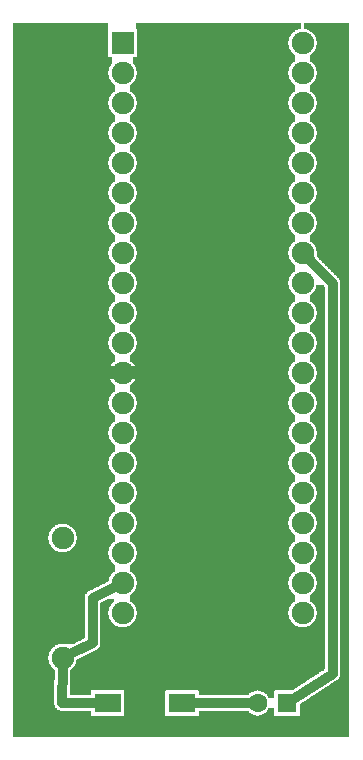
<source format=gtl>
G04 MADE WITH FRITZING*
G04 WWW.FRITZING.ORG*
G04 DOUBLE SIDED*
G04 HOLES PLATED*
G04 CONTOUR ON CENTER OF CONTOUR VECTOR*
%ASAXBY*%
%FSLAX23Y23*%
%MOIN*%
%OFA0B0*%
%SFA1.0B1.0*%
%ADD10C,0.075000*%
%ADD11C,0.062992*%
%ADD12R,0.075000X0.075000*%
%ADD13R,0.062992X0.062992*%
%ADD14R,0.090551X0.062992*%
%ADD15C,0.032000*%
%LNCOPPER1*%
G90*
G70*
G54D10*
X114Y2339D03*
X404Y2355D03*
X1004Y2355D03*
X404Y2255D03*
X1004Y2255D03*
X404Y2155D03*
X1004Y2155D03*
X404Y2055D03*
X1004Y2055D03*
X404Y1955D03*
X1004Y1955D03*
X404Y1855D03*
X1004Y1855D03*
X404Y1755D03*
X1004Y1755D03*
X404Y1655D03*
X1004Y1655D03*
X404Y1555D03*
X1004Y1555D03*
X404Y1455D03*
X1004Y1455D03*
X404Y1355D03*
X1004Y1355D03*
X404Y1255D03*
X1004Y1255D03*
X404Y1155D03*
X1004Y1155D03*
X404Y1055D03*
X1004Y1055D03*
X404Y955D03*
X1004Y955D03*
X404Y855D03*
X1004Y855D03*
X404Y755D03*
X1004Y755D03*
X404Y655D03*
X1004Y655D03*
X404Y555D03*
X1004Y555D03*
X404Y455D03*
X1004Y455D03*
X204Y705D03*
X204Y305D03*
G54D11*
X952Y155D03*
X854Y155D03*
G54D12*
X404Y2355D03*
G54D13*
X952Y155D03*
G54D14*
X354Y155D03*
X602Y155D03*
G54D15*
X204Y277D02*
X202Y155D01*
D02*
X202Y155D02*
X314Y155D01*
D02*
X642Y155D02*
X827Y155D01*
D02*
X378Y543D02*
X305Y506D01*
D02*
X305Y356D02*
X234Y321D01*
D02*
X305Y506D02*
X305Y356D01*
D02*
X1104Y1553D02*
X1104Y254D01*
D02*
X1104Y254D02*
X980Y173D01*
D02*
X1028Y1631D02*
X1104Y1553D01*
G36*
X40Y2422D02*
X40Y754D01*
X208Y754D01*
X208Y752D01*
X218Y752D01*
X218Y750D01*
X224Y750D01*
X224Y748D01*
X226Y748D01*
X226Y746D01*
X230Y746D01*
X230Y744D01*
X232Y744D01*
X232Y742D01*
X236Y742D01*
X236Y740D01*
X238Y740D01*
X238Y738D01*
X240Y738D01*
X240Y736D01*
X242Y736D01*
X242Y732D01*
X244Y732D01*
X244Y730D01*
X246Y730D01*
X246Y726D01*
X248Y726D01*
X248Y720D01*
X250Y720D01*
X250Y712D01*
X252Y712D01*
X252Y700D01*
X250Y700D01*
X250Y692D01*
X248Y692D01*
X248Y686D01*
X246Y686D01*
X246Y682D01*
X244Y682D01*
X244Y680D01*
X242Y680D01*
X242Y676D01*
X240Y676D01*
X240Y674D01*
X238Y674D01*
X238Y672D01*
X236Y672D01*
X236Y670D01*
X234Y670D01*
X234Y668D01*
X232Y668D01*
X232Y666D01*
X228Y666D01*
X228Y664D01*
X224Y664D01*
X224Y662D01*
X220Y662D01*
X220Y660D01*
X212Y660D01*
X212Y658D01*
X356Y658D01*
X356Y662D01*
X358Y662D01*
X358Y670D01*
X360Y670D01*
X360Y676D01*
X362Y676D01*
X362Y680D01*
X364Y680D01*
X364Y682D01*
X366Y682D01*
X366Y686D01*
X368Y686D01*
X368Y688D01*
X370Y688D01*
X370Y690D01*
X372Y690D01*
X372Y692D01*
X374Y692D01*
X374Y694D01*
X378Y694D01*
X378Y696D01*
X380Y696D01*
X380Y716D01*
X376Y716D01*
X376Y718D01*
X374Y718D01*
X374Y720D01*
X372Y720D01*
X372Y722D01*
X370Y722D01*
X370Y724D01*
X368Y724D01*
X368Y726D01*
X366Y726D01*
X366Y728D01*
X364Y728D01*
X364Y732D01*
X362Y732D01*
X362Y736D01*
X360Y736D01*
X360Y742D01*
X358Y742D01*
X358Y750D01*
X356Y750D01*
X356Y762D01*
X358Y762D01*
X358Y770D01*
X360Y770D01*
X360Y776D01*
X362Y776D01*
X362Y780D01*
X364Y780D01*
X364Y782D01*
X366Y782D01*
X366Y786D01*
X368Y786D01*
X368Y788D01*
X370Y788D01*
X370Y790D01*
X372Y790D01*
X372Y792D01*
X374Y792D01*
X374Y794D01*
X378Y794D01*
X378Y796D01*
X380Y796D01*
X380Y816D01*
X376Y816D01*
X376Y818D01*
X374Y818D01*
X374Y820D01*
X372Y820D01*
X372Y822D01*
X370Y822D01*
X370Y824D01*
X368Y824D01*
X368Y826D01*
X366Y826D01*
X366Y828D01*
X364Y828D01*
X364Y832D01*
X362Y832D01*
X362Y836D01*
X360Y836D01*
X360Y842D01*
X358Y842D01*
X358Y850D01*
X356Y850D01*
X356Y862D01*
X358Y862D01*
X358Y870D01*
X360Y870D01*
X360Y876D01*
X362Y876D01*
X362Y880D01*
X364Y880D01*
X364Y882D01*
X366Y882D01*
X366Y886D01*
X368Y886D01*
X368Y888D01*
X370Y888D01*
X370Y890D01*
X372Y890D01*
X372Y892D01*
X374Y892D01*
X374Y894D01*
X378Y894D01*
X378Y896D01*
X380Y896D01*
X380Y916D01*
X376Y916D01*
X376Y918D01*
X374Y918D01*
X374Y920D01*
X372Y920D01*
X372Y922D01*
X370Y922D01*
X370Y924D01*
X368Y924D01*
X368Y926D01*
X366Y926D01*
X366Y928D01*
X364Y928D01*
X364Y932D01*
X362Y932D01*
X362Y936D01*
X360Y936D01*
X360Y942D01*
X358Y942D01*
X358Y950D01*
X356Y950D01*
X356Y962D01*
X358Y962D01*
X358Y970D01*
X360Y970D01*
X360Y976D01*
X362Y976D01*
X362Y980D01*
X364Y980D01*
X364Y982D01*
X366Y982D01*
X366Y986D01*
X368Y986D01*
X368Y988D01*
X370Y988D01*
X370Y990D01*
X372Y990D01*
X372Y992D01*
X374Y992D01*
X374Y994D01*
X378Y994D01*
X378Y996D01*
X380Y996D01*
X380Y1016D01*
X376Y1016D01*
X376Y1018D01*
X374Y1018D01*
X374Y1020D01*
X372Y1020D01*
X372Y1022D01*
X370Y1022D01*
X370Y1024D01*
X368Y1024D01*
X368Y1026D01*
X366Y1026D01*
X366Y1028D01*
X364Y1028D01*
X364Y1032D01*
X362Y1032D01*
X362Y1036D01*
X360Y1036D01*
X360Y1042D01*
X358Y1042D01*
X358Y1050D01*
X356Y1050D01*
X356Y1062D01*
X358Y1062D01*
X358Y1070D01*
X360Y1070D01*
X360Y1076D01*
X362Y1076D01*
X362Y1080D01*
X364Y1080D01*
X364Y1082D01*
X366Y1082D01*
X366Y1086D01*
X368Y1086D01*
X368Y1088D01*
X370Y1088D01*
X370Y1090D01*
X372Y1090D01*
X372Y1092D01*
X374Y1092D01*
X374Y1094D01*
X378Y1094D01*
X378Y1096D01*
X380Y1096D01*
X380Y1116D01*
X376Y1116D01*
X376Y1118D01*
X374Y1118D01*
X374Y1120D01*
X372Y1120D01*
X372Y1122D01*
X370Y1122D01*
X370Y1124D01*
X368Y1124D01*
X368Y1126D01*
X366Y1126D01*
X366Y1128D01*
X364Y1128D01*
X364Y1132D01*
X362Y1132D01*
X362Y1136D01*
X360Y1136D01*
X360Y1142D01*
X358Y1142D01*
X358Y1150D01*
X356Y1150D01*
X356Y1162D01*
X358Y1162D01*
X358Y1170D01*
X360Y1170D01*
X360Y1176D01*
X362Y1176D01*
X362Y1180D01*
X364Y1180D01*
X364Y1182D01*
X366Y1182D01*
X366Y1186D01*
X368Y1186D01*
X368Y1188D01*
X370Y1188D01*
X370Y1190D01*
X372Y1190D01*
X372Y1192D01*
X374Y1192D01*
X374Y1194D01*
X378Y1194D01*
X378Y1196D01*
X380Y1196D01*
X380Y1216D01*
X376Y1216D01*
X376Y1218D01*
X374Y1218D01*
X374Y1220D01*
X372Y1220D01*
X372Y1222D01*
X370Y1222D01*
X370Y1224D01*
X368Y1224D01*
X368Y1226D01*
X366Y1226D01*
X366Y1228D01*
X364Y1228D01*
X364Y1232D01*
X362Y1232D01*
X362Y1236D01*
X360Y1236D01*
X360Y1242D01*
X358Y1242D01*
X358Y1250D01*
X356Y1250D01*
X356Y1262D01*
X358Y1262D01*
X358Y1270D01*
X360Y1270D01*
X360Y1276D01*
X362Y1276D01*
X362Y1280D01*
X364Y1280D01*
X364Y1282D01*
X366Y1282D01*
X366Y1286D01*
X368Y1286D01*
X368Y1288D01*
X370Y1288D01*
X370Y1290D01*
X372Y1290D01*
X372Y1292D01*
X374Y1292D01*
X374Y1294D01*
X378Y1294D01*
X378Y1296D01*
X380Y1296D01*
X380Y1316D01*
X376Y1316D01*
X376Y1318D01*
X374Y1318D01*
X374Y1320D01*
X372Y1320D01*
X372Y1322D01*
X370Y1322D01*
X370Y1324D01*
X368Y1324D01*
X368Y1326D01*
X366Y1326D01*
X366Y1328D01*
X364Y1328D01*
X364Y1332D01*
X362Y1332D01*
X362Y1336D01*
X360Y1336D01*
X360Y1342D01*
X358Y1342D01*
X358Y1350D01*
X356Y1350D01*
X356Y1362D01*
X358Y1362D01*
X358Y1370D01*
X360Y1370D01*
X360Y1376D01*
X362Y1376D01*
X362Y1380D01*
X364Y1380D01*
X364Y1382D01*
X366Y1382D01*
X366Y1386D01*
X368Y1386D01*
X368Y1388D01*
X370Y1388D01*
X370Y1390D01*
X372Y1390D01*
X372Y1392D01*
X374Y1392D01*
X374Y1394D01*
X378Y1394D01*
X378Y1396D01*
X380Y1396D01*
X380Y1416D01*
X376Y1416D01*
X376Y1418D01*
X374Y1418D01*
X374Y1420D01*
X372Y1420D01*
X372Y1422D01*
X370Y1422D01*
X370Y1424D01*
X368Y1424D01*
X368Y1426D01*
X366Y1426D01*
X366Y1428D01*
X364Y1428D01*
X364Y1432D01*
X362Y1432D01*
X362Y1436D01*
X360Y1436D01*
X360Y1442D01*
X358Y1442D01*
X358Y1450D01*
X356Y1450D01*
X356Y1462D01*
X358Y1462D01*
X358Y1470D01*
X360Y1470D01*
X360Y1476D01*
X362Y1476D01*
X362Y1480D01*
X364Y1480D01*
X364Y1482D01*
X366Y1482D01*
X366Y1486D01*
X368Y1486D01*
X368Y1488D01*
X370Y1488D01*
X370Y1490D01*
X372Y1490D01*
X372Y1492D01*
X374Y1492D01*
X374Y1494D01*
X378Y1494D01*
X378Y1496D01*
X380Y1496D01*
X380Y1516D01*
X376Y1516D01*
X376Y1518D01*
X374Y1518D01*
X374Y1520D01*
X372Y1520D01*
X372Y1522D01*
X370Y1522D01*
X370Y1524D01*
X368Y1524D01*
X368Y1526D01*
X366Y1526D01*
X366Y1528D01*
X364Y1528D01*
X364Y1532D01*
X362Y1532D01*
X362Y1536D01*
X360Y1536D01*
X360Y1542D01*
X358Y1542D01*
X358Y1550D01*
X356Y1550D01*
X356Y1562D01*
X358Y1562D01*
X358Y1570D01*
X360Y1570D01*
X360Y1576D01*
X362Y1576D01*
X362Y1580D01*
X364Y1580D01*
X364Y1582D01*
X366Y1582D01*
X366Y1586D01*
X368Y1586D01*
X368Y1588D01*
X370Y1588D01*
X370Y1590D01*
X372Y1590D01*
X372Y1592D01*
X374Y1592D01*
X374Y1594D01*
X378Y1594D01*
X378Y1596D01*
X380Y1596D01*
X380Y1616D01*
X376Y1616D01*
X376Y1618D01*
X374Y1618D01*
X374Y1620D01*
X372Y1620D01*
X372Y1622D01*
X370Y1622D01*
X370Y1624D01*
X368Y1624D01*
X368Y1626D01*
X366Y1626D01*
X366Y1628D01*
X364Y1628D01*
X364Y1632D01*
X362Y1632D01*
X362Y1636D01*
X360Y1636D01*
X360Y1642D01*
X358Y1642D01*
X358Y1650D01*
X356Y1650D01*
X356Y1662D01*
X358Y1662D01*
X358Y1670D01*
X360Y1670D01*
X360Y1676D01*
X362Y1676D01*
X362Y1680D01*
X364Y1680D01*
X364Y1682D01*
X366Y1682D01*
X366Y1686D01*
X368Y1686D01*
X368Y1688D01*
X370Y1688D01*
X370Y1690D01*
X372Y1690D01*
X372Y1692D01*
X374Y1692D01*
X374Y1694D01*
X378Y1694D01*
X378Y1696D01*
X380Y1696D01*
X380Y1716D01*
X376Y1716D01*
X376Y1718D01*
X374Y1718D01*
X374Y1720D01*
X372Y1720D01*
X372Y1722D01*
X370Y1722D01*
X370Y1724D01*
X368Y1724D01*
X368Y1726D01*
X366Y1726D01*
X366Y1728D01*
X364Y1728D01*
X364Y1732D01*
X362Y1732D01*
X362Y1736D01*
X360Y1736D01*
X360Y1742D01*
X358Y1742D01*
X358Y1750D01*
X356Y1750D01*
X356Y1762D01*
X358Y1762D01*
X358Y1770D01*
X360Y1770D01*
X360Y1776D01*
X362Y1776D01*
X362Y1780D01*
X364Y1780D01*
X364Y1782D01*
X366Y1782D01*
X366Y1786D01*
X368Y1786D01*
X368Y1788D01*
X370Y1788D01*
X370Y1790D01*
X372Y1790D01*
X372Y1792D01*
X374Y1792D01*
X374Y1794D01*
X378Y1794D01*
X378Y1796D01*
X380Y1796D01*
X380Y1816D01*
X376Y1816D01*
X376Y1818D01*
X374Y1818D01*
X374Y1820D01*
X372Y1820D01*
X372Y1822D01*
X370Y1822D01*
X370Y1824D01*
X368Y1824D01*
X368Y1826D01*
X366Y1826D01*
X366Y1828D01*
X364Y1828D01*
X364Y1832D01*
X362Y1832D01*
X362Y1836D01*
X360Y1836D01*
X360Y1842D01*
X358Y1842D01*
X358Y1850D01*
X356Y1850D01*
X356Y1862D01*
X358Y1862D01*
X358Y1870D01*
X360Y1870D01*
X360Y1876D01*
X362Y1876D01*
X362Y1880D01*
X364Y1880D01*
X364Y1882D01*
X366Y1882D01*
X366Y1886D01*
X368Y1886D01*
X368Y1888D01*
X370Y1888D01*
X370Y1890D01*
X372Y1890D01*
X372Y1892D01*
X374Y1892D01*
X374Y1894D01*
X378Y1894D01*
X378Y1896D01*
X380Y1896D01*
X380Y1916D01*
X376Y1916D01*
X376Y1918D01*
X374Y1918D01*
X374Y1920D01*
X372Y1920D01*
X372Y1922D01*
X370Y1922D01*
X370Y1924D01*
X368Y1924D01*
X368Y1926D01*
X366Y1926D01*
X366Y1928D01*
X364Y1928D01*
X364Y1932D01*
X362Y1932D01*
X362Y1936D01*
X360Y1936D01*
X360Y1942D01*
X358Y1942D01*
X358Y1950D01*
X356Y1950D01*
X356Y1962D01*
X358Y1962D01*
X358Y1970D01*
X360Y1970D01*
X360Y1976D01*
X362Y1976D01*
X362Y1980D01*
X364Y1980D01*
X364Y1982D01*
X366Y1982D01*
X366Y1986D01*
X368Y1986D01*
X368Y1988D01*
X370Y1988D01*
X370Y1990D01*
X372Y1990D01*
X372Y1992D01*
X374Y1992D01*
X374Y1994D01*
X378Y1994D01*
X378Y1996D01*
X380Y1996D01*
X380Y2016D01*
X376Y2016D01*
X376Y2018D01*
X374Y2018D01*
X374Y2020D01*
X372Y2020D01*
X372Y2022D01*
X370Y2022D01*
X370Y2024D01*
X368Y2024D01*
X368Y2026D01*
X366Y2026D01*
X366Y2028D01*
X364Y2028D01*
X364Y2032D01*
X362Y2032D01*
X362Y2036D01*
X360Y2036D01*
X360Y2042D01*
X358Y2042D01*
X358Y2050D01*
X356Y2050D01*
X356Y2062D01*
X358Y2062D01*
X358Y2070D01*
X360Y2070D01*
X360Y2076D01*
X362Y2076D01*
X362Y2080D01*
X364Y2080D01*
X364Y2082D01*
X366Y2082D01*
X366Y2086D01*
X368Y2086D01*
X368Y2088D01*
X370Y2088D01*
X370Y2090D01*
X372Y2090D01*
X372Y2092D01*
X374Y2092D01*
X374Y2094D01*
X378Y2094D01*
X378Y2096D01*
X380Y2096D01*
X380Y2116D01*
X376Y2116D01*
X376Y2118D01*
X374Y2118D01*
X374Y2120D01*
X372Y2120D01*
X372Y2122D01*
X370Y2122D01*
X370Y2124D01*
X368Y2124D01*
X368Y2126D01*
X366Y2126D01*
X366Y2128D01*
X364Y2128D01*
X364Y2132D01*
X362Y2132D01*
X362Y2136D01*
X360Y2136D01*
X360Y2142D01*
X358Y2142D01*
X358Y2150D01*
X356Y2150D01*
X356Y2162D01*
X358Y2162D01*
X358Y2170D01*
X360Y2170D01*
X360Y2176D01*
X362Y2176D01*
X362Y2180D01*
X364Y2180D01*
X364Y2182D01*
X366Y2182D01*
X366Y2186D01*
X368Y2186D01*
X368Y2188D01*
X370Y2188D01*
X370Y2190D01*
X372Y2190D01*
X372Y2192D01*
X374Y2192D01*
X374Y2194D01*
X378Y2194D01*
X378Y2196D01*
X380Y2196D01*
X380Y2216D01*
X376Y2216D01*
X376Y2218D01*
X374Y2218D01*
X374Y2220D01*
X372Y2220D01*
X372Y2222D01*
X370Y2222D01*
X370Y2224D01*
X368Y2224D01*
X368Y2226D01*
X366Y2226D01*
X366Y2228D01*
X364Y2228D01*
X364Y2232D01*
X362Y2232D01*
X362Y2236D01*
X360Y2236D01*
X360Y2242D01*
X358Y2242D01*
X358Y2250D01*
X356Y2250D01*
X356Y2262D01*
X358Y2262D01*
X358Y2270D01*
X360Y2270D01*
X360Y2276D01*
X362Y2276D01*
X362Y2280D01*
X364Y2280D01*
X364Y2282D01*
X366Y2282D01*
X366Y2286D01*
X368Y2286D01*
X368Y2288D01*
X370Y2288D01*
X370Y2308D01*
X356Y2308D01*
X356Y2422D01*
X40Y2422D01*
G37*
D02*
G36*
X450Y2422D02*
X450Y2402D01*
X452Y2402D01*
X452Y2308D01*
X438Y2308D01*
X438Y2288D01*
X440Y2288D01*
X440Y2286D01*
X442Y2286D01*
X442Y2282D01*
X444Y2282D01*
X444Y2280D01*
X446Y2280D01*
X446Y2276D01*
X448Y2276D01*
X448Y2270D01*
X450Y2270D01*
X450Y2262D01*
X452Y2262D01*
X452Y2250D01*
X450Y2250D01*
X450Y2242D01*
X448Y2242D01*
X448Y2236D01*
X446Y2236D01*
X446Y2232D01*
X444Y2232D01*
X444Y2230D01*
X442Y2230D01*
X442Y2226D01*
X440Y2226D01*
X440Y2224D01*
X438Y2224D01*
X438Y2222D01*
X436Y2222D01*
X436Y2220D01*
X434Y2220D01*
X434Y2218D01*
X432Y2218D01*
X432Y2216D01*
X428Y2216D01*
X428Y2196D01*
X430Y2196D01*
X430Y2194D01*
X432Y2194D01*
X432Y2192D01*
X436Y2192D01*
X436Y2190D01*
X438Y2190D01*
X438Y2188D01*
X440Y2188D01*
X440Y2186D01*
X442Y2186D01*
X442Y2182D01*
X444Y2182D01*
X444Y2180D01*
X446Y2180D01*
X446Y2176D01*
X448Y2176D01*
X448Y2170D01*
X450Y2170D01*
X450Y2162D01*
X452Y2162D01*
X452Y2150D01*
X450Y2150D01*
X450Y2142D01*
X448Y2142D01*
X448Y2136D01*
X446Y2136D01*
X446Y2132D01*
X444Y2132D01*
X444Y2130D01*
X442Y2130D01*
X442Y2126D01*
X440Y2126D01*
X440Y2124D01*
X438Y2124D01*
X438Y2122D01*
X436Y2122D01*
X436Y2120D01*
X434Y2120D01*
X434Y2118D01*
X432Y2118D01*
X432Y2116D01*
X428Y2116D01*
X428Y2096D01*
X430Y2096D01*
X430Y2094D01*
X432Y2094D01*
X432Y2092D01*
X436Y2092D01*
X436Y2090D01*
X438Y2090D01*
X438Y2088D01*
X440Y2088D01*
X440Y2086D01*
X442Y2086D01*
X442Y2082D01*
X444Y2082D01*
X444Y2080D01*
X446Y2080D01*
X446Y2076D01*
X448Y2076D01*
X448Y2070D01*
X450Y2070D01*
X450Y2062D01*
X452Y2062D01*
X452Y2050D01*
X450Y2050D01*
X450Y2042D01*
X448Y2042D01*
X448Y2036D01*
X446Y2036D01*
X446Y2032D01*
X444Y2032D01*
X444Y2030D01*
X442Y2030D01*
X442Y2026D01*
X440Y2026D01*
X440Y2024D01*
X438Y2024D01*
X438Y2022D01*
X436Y2022D01*
X436Y2020D01*
X434Y2020D01*
X434Y2018D01*
X432Y2018D01*
X432Y2016D01*
X428Y2016D01*
X428Y1996D01*
X430Y1996D01*
X430Y1994D01*
X432Y1994D01*
X432Y1992D01*
X436Y1992D01*
X436Y1990D01*
X438Y1990D01*
X438Y1988D01*
X440Y1988D01*
X440Y1986D01*
X442Y1986D01*
X442Y1982D01*
X444Y1982D01*
X444Y1980D01*
X446Y1980D01*
X446Y1976D01*
X448Y1976D01*
X448Y1970D01*
X450Y1970D01*
X450Y1962D01*
X452Y1962D01*
X452Y1950D01*
X450Y1950D01*
X450Y1942D01*
X448Y1942D01*
X448Y1936D01*
X446Y1936D01*
X446Y1932D01*
X444Y1932D01*
X444Y1930D01*
X442Y1930D01*
X442Y1926D01*
X440Y1926D01*
X440Y1924D01*
X438Y1924D01*
X438Y1922D01*
X436Y1922D01*
X436Y1920D01*
X434Y1920D01*
X434Y1918D01*
X432Y1918D01*
X432Y1916D01*
X428Y1916D01*
X428Y1896D01*
X430Y1896D01*
X430Y1894D01*
X432Y1894D01*
X432Y1892D01*
X436Y1892D01*
X436Y1890D01*
X438Y1890D01*
X438Y1888D01*
X440Y1888D01*
X440Y1886D01*
X442Y1886D01*
X442Y1882D01*
X444Y1882D01*
X444Y1880D01*
X446Y1880D01*
X446Y1876D01*
X448Y1876D01*
X448Y1870D01*
X450Y1870D01*
X450Y1862D01*
X452Y1862D01*
X452Y1850D01*
X450Y1850D01*
X450Y1842D01*
X448Y1842D01*
X448Y1836D01*
X446Y1836D01*
X446Y1832D01*
X444Y1832D01*
X444Y1830D01*
X442Y1830D01*
X442Y1826D01*
X440Y1826D01*
X440Y1824D01*
X438Y1824D01*
X438Y1822D01*
X436Y1822D01*
X436Y1820D01*
X434Y1820D01*
X434Y1818D01*
X432Y1818D01*
X432Y1816D01*
X428Y1816D01*
X428Y1796D01*
X430Y1796D01*
X430Y1794D01*
X432Y1794D01*
X432Y1792D01*
X436Y1792D01*
X436Y1790D01*
X438Y1790D01*
X438Y1788D01*
X440Y1788D01*
X440Y1786D01*
X442Y1786D01*
X442Y1782D01*
X444Y1782D01*
X444Y1780D01*
X446Y1780D01*
X446Y1776D01*
X448Y1776D01*
X448Y1770D01*
X450Y1770D01*
X450Y1762D01*
X452Y1762D01*
X452Y1750D01*
X450Y1750D01*
X450Y1742D01*
X448Y1742D01*
X448Y1736D01*
X446Y1736D01*
X446Y1732D01*
X444Y1732D01*
X444Y1730D01*
X442Y1730D01*
X442Y1726D01*
X440Y1726D01*
X440Y1724D01*
X438Y1724D01*
X438Y1722D01*
X436Y1722D01*
X436Y1720D01*
X434Y1720D01*
X434Y1718D01*
X432Y1718D01*
X432Y1716D01*
X428Y1716D01*
X428Y1696D01*
X430Y1696D01*
X430Y1694D01*
X432Y1694D01*
X432Y1692D01*
X436Y1692D01*
X436Y1690D01*
X438Y1690D01*
X438Y1688D01*
X440Y1688D01*
X440Y1686D01*
X442Y1686D01*
X442Y1682D01*
X444Y1682D01*
X444Y1680D01*
X446Y1680D01*
X446Y1676D01*
X448Y1676D01*
X448Y1670D01*
X450Y1670D01*
X450Y1662D01*
X452Y1662D01*
X452Y1650D01*
X450Y1650D01*
X450Y1642D01*
X448Y1642D01*
X448Y1636D01*
X446Y1636D01*
X446Y1632D01*
X444Y1632D01*
X444Y1630D01*
X442Y1630D01*
X442Y1626D01*
X440Y1626D01*
X440Y1624D01*
X438Y1624D01*
X438Y1622D01*
X436Y1622D01*
X436Y1620D01*
X434Y1620D01*
X434Y1618D01*
X432Y1618D01*
X432Y1616D01*
X428Y1616D01*
X428Y1596D01*
X430Y1596D01*
X430Y1594D01*
X432Y1594D01*
X432Y1592D01*
X436Y1592D01*
X436Y1590D01*
X438Y1590D01*
X438Y1588D01*
X440Y1588D01*
X440Y1586D01*
X442Y1586D01*
X442Y1582D01*
X444Y1582D01*
X444Y1580D01*
X446Y1580D01*
X446Y1576D01*
X448Y1576D01*
X448Y1570D01*
X450Y1570D01*
X450Y1562D01*
X452Y1562D01*
X452Y1550D01*
X450Y1550D01*
X450Y1542D01*
X448Y1542D01*
X448Y1536D01*
X446Y1536D01*
X446Y1532D01*
X444Y1532D01*
X444Y1530D01*
X442Y1530D01*
X442Y1526D01*
X440Y1526D01*
X440Y1524D01*
X438Y1524D01*
X438Y1522D01*
X436Y1522D01*
X436Y1520D01*
X434Y1520D01*
X434Y1518D01*
X432Y1518D01*
X432Y1516D01*
X428Y1516D01*
X428Y1496D01*
X430Y1496D01*
X430Y1494D01*
X432Y1494D01*
X432Y1492D01*
X436Y1492D01*
X436Y1490D01*
X438Y1490D01*
X438Y1488D01*
X440Y1488D01*
X440Y1486D01*
X442Y1486D01*
X442Y1482D01*
X444Y1482D01*
X444Y1480D01*
X446Y1480D01*
X446Y1476D01*
X448Y1476D01*
X448Y1470D01*
X450Y1470D01*
X450Y1462D01*
X452Y1462D01*
X452Y1450D01*
X450Y1450D01*
X450Y1442D01*
X448Y1442D01*
X448Y1436D01*
X446Y1436D01*
X446Y1432D01*
X444Y1432D01*
X444Y1430D01*
X442Y1430D01*
X442Y1426D01*
X440Y1426D01*
X440Y1424D01*
X438Y1424D01*
X438Y1422D01*
X436Y1422D01*
X436Y1420D01*
X434Y1420D01*
X434Y1418D01*
X432Y1418D01*
X432Y1416D01*
X428Y1416D01*
X428Y1396D01*
X430Y1396D01*
X430Y1394D01*
X432Y1394D01*
X432Y1392D01*
X436Y1392D01*
X436Y1390D01*
X438Y1390D01*
X438Y1388D01*
X440Y1388D01*
X440Y1386D01*
X442Y1386D01*
X442Y1382D01*
X444Y1382D01*
X444Y1380D01*
X446Y1380D01*
X446Y1376D01*
X448Y1376D01*
X448Y1370D01*
X450Y1370D01*
X450Y1362D01*
X452Y1362D01*
X452Y1350D01*
X450Y1350D01*
X450Y1342D01*
X448Y1342D01*
X448Y1336D01*
X446Y1336D01*
X446Y1332D01*
X444Y1332D01*
X444Y1330D01*
X442Y1330D01*
X442Y1326D01*
X440Y1326D01*
X440Y1324D01*
X438Y1324D01*
X438Y1322D01*
X436Y1322D01*
X436Y1320D01*
X434Y1320D01*
X434Y1318D01*
X432Y1318D01*
X432Y1316D01*
X428Y1316D01*
X428Y1296D01*
X430Y1296D01*
X430Y1294D01*
X432Y1294D01*
X432Y1292D01*
X436Y1292D01*
X436Y1290D01*
X438Y1290D01*
X438Y1288D01*
X440Y1288D01*
X440Y1286D01*
X442Y1286D01*
X442Y1282D01*
X444Y1282D01*
X444Y1280D01*
X446Y1280D01*
X446Y1276D01*
X448Y1276D01*
X448Y1270D01*
X450Y1270D01*
X450Y1262D01*
X452Y1262D01*
X452Y1250D01*
X450Y1250D01*
X450Y1242D01*
X448Y1242D01*
X448Y1236D01*
X446Y1236D01*
X446Y1232D01*
X444Y1232D01*
X444Y1230D01*
X442Y1230D01*
X442Y1226D01*
X440Y1226D01*
X440Y1224D01*
X438Y1224D01*
X438Y1222D01*
X436Y1222D01*
X436Y1220D01*
X434Y1220D01*
X434Y1218D01*
X432Y1218D01*
X432Y1216D01*
X428Y1216D01*
X428Y1196D01*
X430Y1196D01*
X430Y1194D01*
X432Y1194D01*
X432Y1192D01*
X436Y1192D01*
X436Y1190D01*
X438Y1190D01*
X438Y1188D01*
X440Y1188D01*
X440Y1186D01*
X442Y1186D01*
X442Y1182D01*
X444Y1182D01*
X444Y1180D01*
X446Y1180D01*
X446Y1176D01*
X448Y1176D01*
X448Y1170D01*
X450Y1170D01*
X450Y1162D01*
X452Y1162D01*
X452Y1150D01*
X450Y1150D01*
X450Y1142D01*
X448Y1142D01*
X448Y1136D01*
X446Y1136D01*
X446Y1132D01*
X444Y1132D01*
X444Y1130D01*
X442Y1130D01*
X442Y1126D01*
X440Y1126D01*
X440Y1124D01*
X438Y1124D01*
X438Y1122D01*
X436Y1122D01*
X436Y1120D01*
X434Y1120D01*
X434Y1118D01*
X432Y1118D01*
X432Y1116D01*
X428Y1116D01*
X428Y1096D01*
X430Y1096D01*
X430Y1094D01*
X432Y1094D01*
X432Y1092D01*
X436Y1092D01*
X436Y1090D01*
X438Y1090D01*
X438Y1088D01*
X440Y1088D01*
X440Y1086D01*
X442Y1086D01*
X442Y1082D01*
X444Y1082D01*
X444Y1080D01*
X446Y1080D01*
X446Y1076D01*
X448Y1076D01*
X448Y1070D01*
X450Y1070D01*
X450Y1062D01*
X452Y1062D01*
X452Y1050D01*
X450Y1050D01*
X450Y1042D01*
X448Y1042D01*
X448Y1036D01*
X446Y1036D01*
X446Y1032D01*
X444Y1032D01*
X444Y1030D01*
X442Y1030D01*
X442Y1026D01*
X440Y1026D01*
X440Y1024D01*
X438Y1024D01*
X438Y1022D01*
X436Y1022D01*
X436Y1020D01*
X434Y1020D01*
X434Y1018D01*
X432Y1018D01*
X432Y1016D01*
X428Y1016D01*
X428Y996D01*
X430Y996D01*
X430Y994D01*
X432Y994D01*
X432Y992D01*
X436Y992D01*
X436Y990D01*
X438Y990D01*
X438Y988D01*
X440Y988D01*
X440Y986D01*
X442Y986D01*
X442Y982D01*
X444Y982D01*
X444Y980D01*
X446Y980D01*
X446Y976D01*
X448Y976D01*
X448Y970D01*
X450Y970D01*
X450Y962D01*
X452Y962D01*
X452Y950D01*
X450Y950D01*
X450Y942D01*
X448Y942D01*
X448Y936D01*
X446Y936D01*
X446Y932D01*
X444Y932D01*
X444Y930D01*
X442Y930D01*
X442Y926D01*
X440Y926D01*
X440Y924D01*
X438Y924D01*
X438Y922D01*
X436Y922D01*
X436Y920D01*
X434Y920D01*
X434Y918D01*
X432Y918D01*
X432Y916D01*
X428Y916D01*
X428Y896D01*
X430Y896D01*
X430Y894D01*
X432Y894D01*
X432Y892D01*
X436Y892D01*
X436Y890D01*
X438Y890D01*
X438Y888D01*
X440Y888D01*
X440Y886D01*
X442Y886D01*
X442Y882D01*
X444Y882D01*
X444Y880D01*
X446Y880D01*
X446Y876D01*
X448Y876D01*
X448Y870D01*
X450Y870D01*
X450Y862D01*
X452Y862D01*
X452Y850D01*
X450Y850D01*
X450Y842D01*
X448Y842D01*
X448Y836D01*
X446Y836D01*
X446Y832D01*
X444Y832D01*
X444Y830D01*
X442Y830D01*
X442Y826D01*
X440Y826D01*
X440Y824D01*
X438Y824D01*
X438Y822D01*
X436Y822D01*
X436Y820D01*
X434Y820D01*
X434Y818D01*
X432Y818D01*
X432Y816D01*
X428Y816D01*
X428Y796D01*
X430Y796D01*
X430Y794D01*
X432Y794D01*
X432Y792D01*
X436Y792D01*
X436Y790D01*
X438Y790D01*
X438Y788D01*
X440Y788D01*
X440Y786D01*
X442Y786D01*
X442Y782D01*
X444Y782D01*
X444Y780D01*
X446Y780D01*
X446Y776D01*
X448Y776D01*
X448Y770D01*
X450Y770D01*
X450Y762D01*
X452Y762D01*
X452Y750D01*
X450Y750D01*
X450Y742D01*
X448Y742D01*
X448Y736D01*
X446Y736D01*
X446Y732D01*
X444Y732D01*
X444Y730D01*
X442Y730D01*
X442Y726D01*
X440Y726D01*
X440Y724D01*
X438Y724D01*
X438Y722D01*
X436Y722D01*
X436Y720D01*
X434Y720D01*
X434Y718D01*
X432Y718D01*
X432Y716D01*
X428Y716D01*
X428Y696D01*
X430Y696D01*
X430Y694D01*
X432Y694D01*
X432Y692D01*
X436Y692D01*
X436Y690D01*
X438Y690D01*
X438Y688D01*
X440Y688D01*
X440Y686D01*
X442Y686D01*
X442Y682D01*
X444Y682D01*
X444Y680D01*
X446Y680D01*
X446Y676D01*
X448Y676D01*
X448Y670D01*
X450Y670D01*
X450Y662D01*
X452Y662D01*
X452Y650D01*
X450Y650D01*
X450Y642D01*
X448Y642D01*
X448Y636D01*
X446Y636D01*
X446Y632D01*
X444Y632D01*
X444Y630D01*
X442Y630D01*
X442Y626D01*
X440Y626D01*
X440Y624D01*
X438Y624D01*
X438Y622D01*
X436Y622D01*
X436Y620D01*
X434Y620D01*
X434Y618D01*
X432Y618D01*
X432Y616D01*
X428Y616D01*
X428Y596D01*
X430Y596D01*
X430Y594D01*
X432Y594D01*
X432Y592D01*
X436Y592D01*
X436Y590D01*
X438Y590D01*
X438Y588D01*
X440Y588D01*
X440Y586D01*
X442Y586D01*
X442Y582D01*
X444Y582D01*
X444Y580D01*
X446Y580D01*
X446Y576D01*
X448Y576D01*
X448Y570D01*
X450Y570D01*
X450Y562D01*
X452Y562D01*
X452Y550D01*
X450Y550D01*
X450Y542D01*
X448Y542D01*
X448Y536D01*
X446Y536D01*
X446Y532D01*
X444Y532D01*
X444Y530D01*
X442Y530D01*
X442Y526D01*
X440Y526D01*
X440Y524D01*
X438Y524D01*
X438Y522D01*
X436Y522D01*
X436Y520D01*
X434Y520D01*
X434Y518D01*
X432Y518D01*
X432Y516D01*
X428Y516D01*
X428Y496D01*
X430Y496D01*
X430Y494D01*
X432Y494D01*
X432Y492D01*
X436Y492D01*
X436Y490D01*
X438Y490D01*
X438Y488D01*
X440Y488D01*
X440Y486D01*
X442Y486D01*
X442Y482D01*
X444Y482D01*
X444Y480D01*
X446Y480D01*
X446Y476D01*
X448Y476D01*
X448Y470D01*
X450Y470D01*
X450Y462D01*
X452Y462D01*
X452Y450D01*
X450Y450D01*
X450Y442D01*
X448Y442D01*
X448Y436D01*
X446Y436D01*
X446Y432D01*
X444Y432D01*
X444Y430D01*
X442Y430D01*
X442Y426D01*
X440Y426D01*
X440Y424D01*
X438Y424D01*
X438Y422D01*
X436Y422D01*
X436Y420D01*
X434Y420D01*
X434Y418D01*
X432Y418D01*
X432Y416D01*
X428Y416D01*
X428Y414D01*
X424Y414D01*
X424Y412D01*
X420Y412D01*
X420Y410D01*
X412Y410D01*
X412Y408D01*
X996Y408D01*
X996Y410D01*
X988Y410D01*
X988Y412D01*
X984Y412D01*
X984Y414D01*
X980Y414D01*
X980Y416D01*
X976Y416D01*
X976Y418D01*
X974Y418D01*
X974Y420D01*
X972Y420D01*
X972Y422D01*
X970Y422D01*
X970Y424D01*
X968Y424D01*
X968Y426D01*
X966Y426D01*
X966Y428D01*
X964Y428D01*
X964Y432D01*
X962Y432D01*
X962Y436D01*
X960Y436D01*
X960Y442D01*
X958Y442D01*
X958Y450D01*
X956Y450D01*
X956Y462D01*
X958Y462D01*
X958Y470D01*
X960Y470D01*
X960Y476D01*
X962Y476D01*
X962Y480D01*
X964Y480D01*
X964Y482D01*
X966Y482D01*
X966Y486D01*
X968Y486D01*
X968Y488D01*
X970Y488D01*
X970Y490D01*
X972Y490D01*
X972Y492D01*
X974Y492D01*
X974Y494D01*
X978Y494D01*
X978Y496D01*
X980Y496D01*
X980Y516D01*
X976Y516D01*
X976Y518D01*
X974Y518D01*
X974Y520D01*
X972Y520D01*
X972Y522D01*
X970Y522D01*
X970Y524D01*
X968Y524D01*
X968Y526D01*
X966Y526D01*
X966Y528D01*
X964Y528D01*
X964Y532D01*
X962Y532D01*
X962Y536D01*
X960Y536D01*
X960Y542D01*
X958Y542D01*
X958Y550D01*
X956Y550D01*
X956Y562D01*
X958Y562D01*
X958Y570D01*
X960Y570D01*
X960Y576D01*
X962Y576D01*
X962Y580D01*
X964Y580D01*
X964Y582D01*
X966Y582D01*
X966Y586D01*
X968Y586D01*
X968Y588D01*
X970Y588D01*
X970Y590D01*
X972Y590D01*
X972Y592D01*
X974Y592D01*
X974Y594D01*
X978Y594D01*
X978Y596D01*
X980Y596D01*
X980Y616D01*
X976Y616D01*
X976Y618D01*
X974Y618D01*
X974Y620D01*
X972Y620D01*
X972Y622D01*
X970Y622D01*
X970Y624D01*
X968Y624D01*
X968Y626D01*
X966Y626D01*
X966Y628D01*
X964Y628D01*
X964Y632D01*
X962Y632D01*
X962Y636D01*
X960Y636D01*
X960Y642D01*
X958Y642D01*
X958Y650D01*
X956Y650D01*
X956Y662D01*
X958Y662D01*
X958Y670D01*
X960Y670D01*
X960Y676D01*
X962Y676D01*
X962Y680D01*
X964Y680D01*
X964Y682D01*
X966Y682D01*
X966Y686D01*
X968Y686D01*
X968Y688D01*
X970Y688D01*
X970Y690D01*
X972Y690D01*
X972Y692D01*
X974Y692D01*
X974Y694D01*
X978Y694D01*
X978Y696D01*
X980Y696D01*
X980Y716D01*
X976Y716D01*
X976Y718D01*
X974Y718D01*
X974Y720D01*
X972Y720D01*
X972Y722D01*
X970Y722D01*
X970Y724D01*
X968Y724D01*
X968Y726D01*
X966Y726D01*
X966Y728D01*
X964Y728D01*
X964Y732D01*
X962Y732D01*
X962Y736D01*
X960Y736D01*
X960Y742D01*
X958Y742D01*
X958Y750D01*
X956Y750D01*
X956Y762D01*
X958Y762D01*
X958Y770D01*
X960Y770D01*
X960Y776D01*
X962Y776D01*
X962Y780D01*
X964Y780D01*
X964Y782D01*
X966Y782D01*
X966Y786D01*
X968Y786D01*
X968Y788D01*
X970Y788D01*
X970Y790D01*
X972Y790D01*
X972Y792D01*
X974Y792D01*
X974Y794D01*
X978Y794D01*
X978Y796D01*
X980Y796D01*
X980Y816D01*
X976Y816D01*
X976Y818D01*
X974Y818D01*
X974Y820D01*
X972Y820D01*
X972Y822D01*
X970Y822D01*
X970Y824D01*
X968Y824D01*
X968Y826D01*
X966Y826D01*
X966Y828D01*
X964Y828D01*
X964Y832D01*
X962Y832D01*
X962Y836D01*
X960Y836D01*
X960Y842D01*
X958Y842D01*
X958Y850D01*
X956Y850D01*
X956Y862D01*
X958Y862D01*
X958Y870D01*
X960Y870D01*
X960Y876D01*
X962Y876D01*
X962Y880D01*
X964Y880D01*
X964Y882D01*
X966Y882D01*
X966Y886D01*
X968Y886D01*
X968Y888D01*
X970Y888D01*
X970Y890D01*
X972Y890D01*
X972Y892D01*
X974Y892D01*
X974Y894D01*
X978Y894D01*
X978Y896D01*
X980Y896D01*
X980Y916D01*
X976Y916D01*
X976Y918D01*
X974Y918D01*
X974Y920D01*
X972Y920D01*
X972Y922D01*
X970Y922D01*
X970Y924D01*
X968Y924D01*
X968Y926D01*
X966Y926D01*
X966Y928D01*
X964Y928D01*
X964Y932D01*
X962Y932D01*
X962Y936D01*
X960Y936D01*
X960Y942D01*
X958Y942D01*
X958Y950D01*
X956Y950D01*
X956Y962D01*
X958Y962D01*
X958Y970D01*
X960Y970D01*
X960Y976D01*
X962Y976D01*
X962Y980D01*
X964Y980D01*
X964Y982D01*
X966Y982D01*
X966Y986D01*
X968Y986D01*
X968Y988D01*
X970Y988D01*
X970Y990D01*
X972Y990D01*
X972Y992D01*
X974Y992D01*
X974Y994D01*
X978Y994D01*
X978Y996D01*
X980Y996D01*
X980Y1016D01*
X976Y1016D01*
X976Y1018D01*
X974Y1018D01*
X974Y1020D01*
X972Y1020D01*
X972Y1022D01*
X970Y1022D01*
X970Y1024D01*
X968Y1024D01*
X968Y1026D01*
X966Y1026D01*
X966Y1028D01*
X964Y1028D01*
X964Y1032D01*
X962Y1032D01*
X962Y1036D01*
X960Y1036D01*
X960Y1042D01*
X958Y1042D01*
X958Y1050D01*
X956Y1050D01*
X956Y1062D01*
X958Y1062D01*
X958Y1070D01*
X960Y1070D01*
X960Y1076D01*
X962Y1076D01*
X962Y1080D01*
X964Y1080D01*
X964Y1082D01*
X966Y1082D01*
X966Y1086D01*
X968Y1086D01*
X968Y1088D01*
X970Y1088D01*
X970Y1090D01*
X972Y1090D01*
X972Y1092D01*
X974Y1092D01*
X974Y1094D01*
X978Y1094D01*
X978Y1096D01*
X980Y1096D01*
X980Y1116D01*
X976Y1116D01*
X976Y1118D01*
X974Y1118D01*
X974Y1120D01*
X972Y1120D01*
X972Y1122D01*
X970Y1122D01*
X970Y1124D01*
X968Y1124D01*
X968Y1126D01*
X966Y1126D01*
X966Y1128D01*
X964Y1128D01*
X964Y1132D01*
X962Y1132D01*
X962Y1136D01*
X960Y1136D01*
X960Y1142D01*
X958Y1142D01*
X958Y1150D01*
X956Y1150D01*
X956Y1162D01*
X958Y1162D01*
X958Y1170D01*
X960Y1170D01*
X960Y1176D01*
X962Y1176D01*
X962Y1180D01*
X964Y1180D01*
X964Y1182D01*
X966Y1182D01*
X966Y1186D01*
X968Y1186D01*
X968Y1188D01*
X970Y1188D01*
X970Y1190D01*
X972Y1190D01*
X972Y1192D01*
X974Y1192D01*
X974Y1194D01*
X978Y1194D01*
X978Y1196D01*
X980Y1196D01*
X980Y1216D01*
X976Y1216D01*
X976Y1218D01*
X974Y1218D01*
X974Y1220D01*
X972Y1220D01*
X972Y1222D01*
X970Y1222D01*
X970Y1224D01*
X968Y1224D01*
X968Y1226D01*
X966Y1226D01*
X966Y1228D01*
X964Y1228D01*
X964Y1232D01*
X962Y1232D01*
X962Y1236D01*
X960Y1236D01*
X960Y1242D01*
X958Y1242D01*
X958Y1250D01*
X956Y1250D01*
X956Y1262D01*
X958Y1262D01*
X958Y1270D01*
X960Y1270D01*
X960Y1276D01*
X962Y1276D01*
X962Y1280D01*
X964Y1280D01*
X964Y1282D01*
X966Y1282D01*
X966Y1286D01*
X968Y1286D01*
X968Y1288D01*
X970Y1288D01*
X970Y1290D01*
X972Y1290D01*
X972Y1292D01*
X974Y1292D01*
X974Y1294D01*
X978Y1294D01*
X978Y1296D01*
X980Y1296D01*
X980Y1316D01*
X976Y1316D01*
X976Y1318D01*
X974Y1318D01*
X974Y1320D01*
X972Y1320D01*
X972Y1322D01*
X970Y1322D01*
X970Y1324D01*
X968Y1324D01*
X968Y1326D01*
X966Y1326D01*
X966Y1328D01*
X964Y1328D01*
X964Y1332D01*
X962Y1332D01*
X962Y1336D01*
X960Y1336D01*
X960Y1342D01*
X958Y1342D01*
X958Y1350D01*
X956Y1350D01*
X956Y1362D01*
X958Y1362D01*
X958Y1370D01*
X960Y1370D01*
X960Y1376D01*
X962Y1376D01*
X962Y1380D01*
X964Y1380D01*
X964Y1382D01*
X966Y1382D01*
X966Y1386D01*
X968Y1386D01*
X968Y1388D01*
X970Y1388D01*
X970Y1390D01*
X972Y1390D01*
X972Y1392D01*
X974Y1392D01*
X974Y1394D01*
X978Y1394D01*
X978Y1396D01*
X980Y1396D01*
X980Y1416D01*
X976Y1416D01*
X976Y1418D01*
X974Y1418D01*
X974Y1420D01*
X972Y1420D01*
X972Y1422D01*
X970Y1422D01*
X970Y1424D01*
X968Y1424D01*
X968Y1426D01*
X966Y1426D01*
X966Y1428D01*
X964Y1428D01*
X964Y1432D01*
X962Y1432D01*
X962Y1436D01*
X960Y1436D01*
X960Y1442D01*
X958Y1442D01*
X958Y1450D01*
X956Y1450D01*
X956Y1462D01*
X958Y1462D01*
X958Y1470D01*
X960Y1470D01*
X960Y1476D01*
X962Y1476D01*
X962Y1480D01*
X964Y1480D01*
X964Y1482D01*
X966Y1482D01*
X966Y1486D01*
X968Y1486D01*
X968Y1488D01*
X970Y1488D01*
X970Y1490D01*
X972Y1490D01*
X972Y1492D01*
X974Y1492D01*
X974Y1494D01*
X978Y1494D01*
X978Y1496D01*
X980Y1496D01*
X980Y1516D01*
X976Y1516D01*
X976Y1518D01*
X974Y1518D01*
X974Y1520D01*
X972Y1520D01*
X972Y1522D01*
X970Y1522D01*
X970Y1524D01*
X968Y1524D01*
X968Y1526D01*
X966Y1526D01*
X966Y1528D01*
X964Y1528D01*
X964Y1532D01*
X962Y1532D01*
X962Y1536D01*
X960Y1536D01*
X960Y1542D01*
X958Y1542D01*
X958Y1550D01*
X956Y1550D01*
X956Y1562D01*
X958Y1562D01*
X958Y1570D01*
X960Y1570D01*
X960Y1576D01*
X962Y1576D01*
X962Y1580D01*
X964Y1580D01*
X964Y1582D01*
X966Y1582D01*
X966Y1586D01*
X968Y1586D01*
X968Y1588D01*
X970Y1588D01*
X970Y1590D01*
X972Y1590D01*
X972Y1592D01*
X974Y1592D01*
X974Y1594D01*
X978Y1594D01*
X978Y1596D01*
X980Y1596D01*
X980Y1616D01*
X976Y1616D01*
X976Y1618D01*
X974Y1618D01*
X974Y1620D01*
X972Y1620D01*
X972Y1622D01*
X970Y1622D01*
X970Y1624D01*
X968Y1624D01*
X968Y1626D01*
X966Y1626D01*
X966Y1628D01*
X964Y1628D01*
X964Y1632D01*
X962Y1632D01*
X962Y1636D01*
X960Y1636D01*
X960Y1642D01*
X958Y1642D01*
X958Y1650D01*
X956Y1650D01*
X956Y1662D01*
X958Y1662D01*
X958Y1670D01*
X960Y1670D01*
X960Y1676D01*
X962Y1676D01*
X962Y1680D01*
X964Y1680D01*
X964Y1682D01*
X966Y1682D01*
X966Y1686D01*
X968Y1686D01*
X968Y1688D01*
X970Y1688D01*
X970Y1690D01*
X972Y1690D01*
X972Y1692D01*
X974Y1692D01*
X974Y1694D01*
X978Y1694D01*
X978Y1696D01*
X980Y1696D01*
X980Y1716D01*
X976Y1716D01*
X976Y1718D01*
X974Y1718D01*
X974Y1720D01*
X972Y1720D01*
X972Y1722D01*
X970Y1722D01*
X970Y1724D01*
X968Y1724D01*
X968Y1726D01*
X966Y1726D01*
X966Y1728D01*
X964Y1728D01*
X964Y1732D01*
X962Y1732D01*
X962Y1736D01*
X960Y1736D01*
X960Y1742D01*
X958Y1742D01*
X958Y1750D01*
X956Y1750D01*
X956Y1762D01*
X958Y1762D01*
X958Y1770D01*
X960Y1770D01*
X960Y1776D01*
X962Y1776D01*
X962Y1780D01*
X964Y1780D01*
X964Y1782D01*
X966Y1782D01*
X966Y1786D01*
X968Y1786D01*
X968Y1788D01*
X970Y1788D01*
X970Y1790D01*
X972Y1790D01*
X972Y1792D01*
X974Y1792D01*
X974Y1794D01*
X978Y1794D01*
X978Y1796D01*
X980Y1796D01*
X980Y1816D01*
X976Y1816D01*
X976Y1818D01*
X974Y1818D01*
X974Y1820D01*
X972Y1820D01*
X972Y1822D01*
X970Y1822D01*
X970Y1824D01*
X968Y1824D01*
X968Y1826D01*
X966Y1826D01*
X966Y1828D01*
X964Y1828D01*
X964Y1832D01*
X962Y1832D01*
X962Y1836D01*
X960Y1836D01*
X960Y1842D01*
X958Y1842D01*
X958Y1850D01*
X956Y1850D01*
X956Y1862D01*
X958Y1862D01*
X958Y1870D01*
X960Y1870D01*
X960Y1876D01*
X962Y1876D01*
X962Y1880D01*
X964Y1880D01*
X964Y1882D01*
X966Y1882D01*
X966Y1886D01*
X968Y1886D01*
X968Y1888D01*
X970Y1888D01*
X970Y1890D01*
X972Y1890D01*
X972Y1892D01*
X974Y1892D01*
X974Y1894D01*
X978Y1894D01*
X978Y1896D01*
X980Y1896D01*
X980Y1916D01*
X976Y1916D01*
X976Y1918D01*
X974Y1918D01*
X974Y1920D01*
X972Y1920D01*
X972Y1922D01*
X970Y1922D01*
X970Y1924D01*
X968Y1924D01*
X968Y1926D01*
X966Y1926D01*
X966Y1928D01*
X964Y1928D01*
X964Y1932D01*
X962Y1932D01*
X962Y1936D01*
X960Y1936D01*
X960Y1942D01*
X958Y1942D01*
X958Y1950D01*
X956Y1950D01*
X956Y1962D01*
X958Y1962D01*
X958Y1970D01*
X960Y1970D01*
X960Y1976D01*
X962Y1976D01*
X962Y1980D01*
X964Y1980D01*
X964Y1982D01*
X966Y1982D01*
X966Y1986D01*
X968Y1986D01*
X968Y1988D01*
X970Y1988D01*
X970Y1990D01*
X972Y1990D01*
X972Y1992D01*
X974Y1992D01*
X974Y1994D01*
X978Y1994D01*
X978Y1996D01*
X980Y1996D01*
X980Y2016D01*
X976Y2016D01*
X976Y2018D01*
X974Y2018D01*
X974Y2020D01*
X972Y2020D01*
X972Y2022D01*
X970Y2022D01*
X970Y2024D01*
X968Y2024D01*
X968Y2026D01*
X966Y2026D01*
X966Y2028D01*
X964Y2028D01*
X964Y2032D01*
X962Y2032D01*
X962Y2036D01*
X960Y2036D01*
X960Y2042D01*
X958Y2042D01*
X958Y2050D01*
X956Y2050D01*
X956Y2062D01*
X958Y2062D01*
X958Y2070D01*
X960Y2070D01*
X960Y2076D01*
X962Y2076D01*
X962Y2080D01*
X964Y2080D01*
X964Y2082D01*
X966Y2082D01*
X966Y2086D01*
X968Y2086D01*
X968Y2088D01*
X970Y2088D01*
X970Y2090D01*
X972Y2090D01*
X972Y2092D01*
X974Y2092D01*
X974Y2094D01*
X978Y2094D01*
X978Y2096D01*
X980Y2096D01*
X980Y2116D01*
X976Y2116D01*
X976Y2118D01*
X974Y2118D01*
X974Y2120D01*
X972Y2120D01*
X972Y2122D01*
X970Y2122D01*
X970Y2124D01*
X968Y2124D01*
X968Y2126D01*
X966Y2126D01*
X966Y2128D01*
X964Y2128D01*
X964Y2132D01*
X962Y2132D01*
X962Y2136D01*
X960Y2136D01*
X960Y2142D01*
X958Y2142D01*
X958Y2150D01*
X956Y2150D01*
X956Y2162D01*
X958Y2162D01*
X958Y2170D01*
X960Y2170D01*
X960Y2176D01*
X962Y2176D01*
X962Y2180D01*
X964Y2180D01*
X964Y2182D01*
X966Y2182D01*
X966Y2186D01*
X968Y2186D01*
X968Y2188D01*
X970Y2188D01*
X970Y2190D01*
X972Y2190D01*
X972Y2192D01*
X974Y2192D01*
X974Y2194D01*
X978Y2194D01*
X978Y2196D01*
X980Y2196D01*
X980Y2216D01*
X976Y2216D01*
X976Y2218D01*
X974Y2218D01*
X974Y2220D01*
X972Y2220D01*
X972Y2222D01*
X970Y2222D01*
X970Y2224D01*
X968Y2224D01*
X968Y2226D01*
X966Y2226D01*
X966Y2228D01*
X964Y2228D01*
X964Y2232D01*
X962Y2232D01*
X962Y2236D01*
X960Y2236D01*
X960Y2242D01*
X958Y2242D01*
X958Y2250D01*
X956Y2250D01*
X956Y2262D01*
X958Y2262D01*
X958Y2270D01*
X960Y2270D01*
X960Y2276D01*
X962Y2276D01*
X962Y2280D01*
X964Y2280D01*
X964Y2282D01*
X966Y2282D01*
X966Y2286D01*
X968Y2286D01*
X968Y2288D01*
X970Y2288D01*
X970Y2290D01*
X972Y2290D01*
X972Y2292D01*
X974Y2292D01*
X974Y2294D01*
X978Y2294D01*
X978Y2296D01*
X980Y2296D01*
X980Y2316D01*
X976Y2316D01*
X976Y2318D01*
X974Y2318D01*
X974Y2320D01*
X972Y2320D01*
X972Y2322D01*
X970Y2322D01*
X970Y2324D01*
X968Y2324D01*
X968Y2326D01*
X966Y2326D01*
X966Y2328D01*
X964Y2328D01*
X964Y2332D01*
X962Y2332D01*
X962Y2336D01*
X960Y2336D01*
X960Y2342D01*
X958Y2342D01*
X958Y2350D01*
X956Y2350D01*
X956Y2362D01*
X958Y2362D01*
X958Y2370D01*
X960Y2370D01*
X960Y2376D01*
X962Y2376D01*
X962Y2380D01*
X964Y2380D01*
X964Y2382D01*
X966Y2382D01*
X966Y2386D01*
X968Y2386D01*
X968Y2388D01*
X970Y2388D01*
X970Y2390D01*
X972Y2390D01*
X972Y2392D01*
X974Y2392D01*
X974Y2394D01*
X978Y2394D01*
X978Y2396D01*
X980Y2396D01*
X980Y2398D01*
X984Y2398D01*
X984Y2400D01*
X990Y2400D01*
X990Y2402D01*
X1000Y2402D01*
X1000Y2422D01*
X450Y2422D01*
G37*
D02*
G36*
X1008Y2422D02*
X1008Y2402D01*
X1018Y2402D01*
X1018Y2400D01*
X1024Y2400D01*
X1024Y2398D01*
X1026Y2398D01*
X1026Y2396D01*
X1030Y2396D01*
X1030Y2394D01*
X1032Y2394D01*
X1032Y2392D01*
X1036Y2392D01*
X1036Y2390D01*
X1038Y2390D01*
X1038Y2388D01*
X1040Y2388D01*
X1040Y2386D01*
X1042Y2386D01*
X1042Y2382D01*
X1044Y2382D01*
X1044Y2380D01*
X1046Y2380D01*
X1046Y2376D01*
X1048Y2376D01*
X1048Y2370D01*
X1050Y2370D01*
X1050Y2362D01*
X1052Y2362D01*
X1052Y2350D01*
X1050Y2350D01*
X1050Y2342D01*
X1048Y2342D01*
X1048Y2336D01*
X1046Y2336D01*
X1046Y2332D01*
X1044Y2332D01*
X1044Y2330D01*
X1042Y2330D01*
X1042Y2326D01*
X1040Y2326D01*
X1040Y2324D01*
X1038Y2324D01*
X1038Y2322D01*
X1036Y2322D01*
X1036Y2320D01*
X1034Y2320D01*
X1034Y2318D01*
X1032Y2318D01*
X1032Y2316D01*
X1028Y2316D01*
X1028Y2296D01*
X1030Y2296D01*
X1030Y2294D01*
X1032Y2294D01*
X1032Y2292D01*
X1036Y2292D01*
X1036Y2290D01*
X1038Y2290D01*
X1038Y2288D01*
X1040Y2288D01*
X1040Y2286D01*
X1042Y2286D01*
X1042Y2282D01*
X1044Y2282D01*
X1044Y2280D01*
X1046Y2280D01*
X1046Y2276D01*
X1048Y2276D01*
X1048Y2270D01*
X1050Y2270D01*
X1050Y2262D01*
X1052Y2262D01*
X1052Y2250D01*
X1050Y2250D01*
X1050Y2242D01*
X1048Y2242D01*
X1048Y2236D01*
X1046Y2236D01*
X1046Y2232D01*
X1044Y2232D01*
X1044Y2230D01*
X1042Y2230D01*
X1042Y2226D01*
X1040Y2226D01*
X1040Y2224D01*
X1038Y2224D01*
X1038Y2222D01*
X1036Y2222D01*
X1036Y2220D01*
X1034Y2220D01*
X1034Y2218D01*
X1032Y2218D01*
X1032Y2216D01*
X1028Y2216D01*
X1028Y2196D01*
X1030Y2196D01*
X1030Y2194D01*
X1032Y2194D01*
X1032Y2192D01*
X1036Y2192D01*
X1036Y2190D01*
X1038Y2190D01*
X1038Y2188D01*
X1040Y2188D01*
X1040Y2186D01*
X1042Y2186D01*
X1042Y2182D01*
X1044Y2182D01*
X1044Y2180D01*
X1046Y2180D01*
X1046Y2176D01*
X1048Y2176D01*
X1048Y2170D01*
X1050Y2170D01*
X1050Y2162D01*
X1052Y2162D01*
X1052Y2150D01*
X1050Y2150D01*
X1050Y2142D01*
X1048Y2142D01*
X1048Y2136D01*
X1046Y2136D01*
X1046Y2132D01*
X1044Y2132D01*
X1044Y2130D01*
X1042Y2130D01*
X1042Y2126D01*
X1040Y2126D01*
X1040Y2124D01*
X1038Y2124D01*
X1038Y2122D01*
X1036Y2122D01*
X1036Y2120D01*
X1034Y2120D01*
X1034Y2118D01*
X1032Y2118D01*
X1032Y2116D01*
X1028Y2116D01*
X1028Y2096D01*
X1030Y2096D01*
X1030Y2094D01*
X1032Y2094D01*
X1032Y2092D01*
X1036Y2092D01*
X1036Y2090D01*
X1038Y2090D01*
X1038Y2088D01*
X1040Y2088D01*
X1040Y2086D01*
X1042Y2086D01*
X1042Y2082D01*
X1044Y2082D01*
X1044Y2080D01*
X1046Y2080D01*
X1046Y2076D01*
X1048Y2076D01*
X1048Y2070D01*
X1050Y2070D01*
X1050Y2062D01*
X1052Y2062D01*
X1052Y2050D01*
X1050Y2050D01*
X1050Y2042D01*
X1048Y2042D01*
X1048Y2036D01*
X1046Y2036D01*
X1046Y2032D01*
X1044Y2032D01*
X1044Y2030D01*
X1042Y2030D01*
X1042Y2026D01*
X1040Y2026D01*
X1040Y2024D01*
X1038Y2024D01*
X1038Y2022D01*
X1036Y2022D01*
X1036Y2020D01*
X1034Y2020D01*
X1034Y2018D01*
X1032Y2018D01*
X1032Y2016D01*
X1028Y2016D01*
X1028Y1996D01*
X1030Y1996D01*
X1030Y1994D01*
X1032Y1994D01*
X1032Y1992D01*
X1036Y1992D01*
X1036Y1990D01*
X1038Y1990D01*
X1038Y1988D01*
X1040Y1988D01*
X1040Y1986D01*
X1042Y1986D01*
X1042Y1982D01*
X1044Y1982D01*
X1044Y1980D01*
X1046Y1980D01*
X1046Y1976D01*
X1048Y1976D01*
X1048Y1970D01*
X1050Y1970D01*
X1050Y1962D01*
X1052Y1962D01*
X1052Y1950D01*
X1050Y1950D01*
X1050Y1942D01*
X1048Y1942D01*
X1048Y1936D01*
X1046Y1936D01*
X1046Y1932D01*
X1044Y1932D01*
X1044Y1930D01*
X1042Y1930D01*
X1042Y1926D01*
X1040Y1926D01*
X1040Y1924D01*
X1038Y1924D01*
X1038Y1922D01*
X1036Y1922D01*
X1036Y1920D01*
X1034Y1920D01*
X1034Y1918D01*
X1032Y1918D01*
X1032Y1916D01*
X1028Y1916D01*
X1028Y1896D01*
X1030Y1896D01*
X1030Y1894D01*
X1032Y1894D01*
X1032Y1892D01*
X1036Y1892D01*
X1036Y1890D01*
X1038Y1890D01*
X1038Y1888D01*
X1040Y1888D01*
X1040Y1886D01*
X1042Y1886D01*
X1042Y1882D01*
X1044Y1882D01*
X1044Y1880D01*
X1046Y1880D01*
X1046Y1876D01*
X1048Y1876D01*
X1048Y1870D01*
X1050Y1870D01*
X1050Y1862D01*
X1052Y1862D01*
X1052Y1850D01*
X1050Y1850D01*
X1050Y1842D01*
X1048Y1842D01*
X1048Y1836D01*
X1046Y1836D01*
X1046Y1832D01*
X1044Y1832D01*
X1044Y1830D01*
X1042Y1830D01*
X1042Y1826D01*
X1040Y1826D01*
X1040Y1824D01*
X1038Y1824D01*
X1038Y1822D01*
X1036Y1822D01*
X1036Y1820D01*
X1034Y1820D01*
X1034Y1818D01*
X1032Y1818D01*
X1032Y1816D01*
X1028Y1816D01*
X1028Y1796D01*
X1030Y1796D01*
X1030Y1794D01*
X1032Y1794D01*
X1032Y1792D01*
X1036Y1792D01*
X1036Y1790D01*
X1038Y1790D01*
X1038Y1788D01*
X1040Y1788D01*
X1040Y1786D01*
X1042Y1786D01*
X1042Y1782D01*
X1044Y1782D01*
X1044Y1780D01*
X1046Y1780D01*
X1046Y1776D01*
X1048Y1776D01*
X1048Y1770D01*
X1050Y1770D01*
X1050Y1762D01*
X1052Y1762D01*
X1052Y1750D01*
X1050Y1750D01*
X1050Y1742D01*
X1048Y1742D01*
X1048Y1736D01*
X1046Y1736D01*
X1046Y1732D01*
X1044Y1732D01*
X1044Y1730D01*
X1042Y1730D01*
X1042Y1726D01*
X1040Y1726D01*
X1040Y1724D01*
X1038Y1724D01*
X1038Y1722D01*
X1036Y1722D01*
X1036Y1720D01*
X1034Y1720D01*
X1034Y1718D01*
X1032Y1718D01*
X1032Y1716D01*
X1028Y1716D01*
X1028Y1696D01*
X1030Y1696D01*
X1030Y1694D01*
X1032Y1694D01*
X1032Y1692D01*
X1036Y1692D01*
X1036Y1690D01*
X1038Y1690D01*
X1038Y1688D01*
X1040Y1688D01*
X1040Y1686D01*
X1042Y1686D01*
X1042Y1682D01*
X1044Y1682D01*
X1044Y1680D01*
X1046Y1680D01*
X1046Y1676D01*
X1048Y1676D01*
X1048Y1670D01*
X1050Y1670D01*
X1050Y1662D01*
X1052Y1662D01*
X1052Y1642D01*
X1054Y1642D01*
X1054Y1640D01*
X1056Y1640D01*
X1056Y1638D01*
X1058Y1638D01*
X1058Y1636D01*
X1060Y1636D01*
X1060Y1634D01*
X1062Y1634D01*
X1062Y1632D01*
X1064Y1632D01*
X1064Y1630D01*
X1066Y1630D01*
X1066Y1628D01*
X1068Y1628D01*
X1068Y1626D01*
X1070Y1626D01*
X1070Y1624D01*
X1072Y1624D01*
X1072Y1622D01*
X1074Y1622D01*
X1074Y1620D01*
X1076Y1620D01*
X1076Y1618D01*
X1078Y1618D01*
X1078Y1616D01*
X1080Y1616D01*
X1080Y1614D01*
X1082Y1614D01*
X1082Y1612D01*
X1084Y1612D01*
X1084Y1610D01*
X1086Y1610D01*
X1086Y1608D01*
X1088Y1608D01*
X1088Y1606D01*
X1090Y1606D01*
X1090Y1604D01*
X1092Y1604D01*
X1092Y1602D01*
X1094Y1602D01*
X1094Y1600D01*
X1096Y1600D01*
X1096Y1598D01*
X1098Y1598D01*
X1098Y1596D01*
X1100Y1596D01*
X1100Y1594D01*
X1102Y1594D01*
X1102Y1592D01*
X1104Y1592D01*
X1104Y1590D01*
X1106Y1590D01*
X1106Y1588D01*
X1108Y1588D01*
X1108Y1586D01*
X1110Y1586D01*
X1110Y1584D01*
X1112Y1584D01*
X1112Y1582D01*
X1114Y1582D01*
X1114Y1580D01*
X1116Y1580D01*
X1116Y1578D01*
X1118Y1578D01*
X1118Y1576D01*
X1120Y1576D01*
X1120Y1574D01*
X1122Y1574D01*
X1122Y1572D01*
X1124Y1572D01*
X1124Y1570D01*
X1126Y1570D01*
X1126Y1566D01*
X1128Y1566D01*
X1128Y1560D01*
X1130Y1560D01*
X1130Y248D01*
X1128Y248D01*
X1128Y242D01*
X1126Y242D01*
X1126Y238D01*
X1124Y238D01*
X1124Y236D01*
X1122Y236D01*
X1122Y234D01*
X1120Y234D01*
X1120Y232D01*
X1116Y232D01*
X1116Y230D01*
X1114Y230D01*
X1114Y228D01*
X1110Y228D01*
X1110Y226D01*
X1106Y226D01*
X1106Y224D01*
X1104Y224D01*
X1104Y222D01*
X1100Y222D01*
X1100Y220D01*
X1098Y220D01*
X1098Y218D01*
X1094Y218D01*
X1094Y216D01*
X1092Y216D01*
X1092Y214D01*
X1088Y214D01*
X1088Y212D01*
X1086Y212D01*
X1086Y210D01*
X1082Y210D01*
X1082Y208D01*
X1080Y208D01*
X1080Y206D01*
X1076Y206D01*
X1076Y204D01*
X1074Y204D01*
X1074Y202D01*
X1070Y202D01*
X1070Y200D01*
X1066Y200D01*
X1066Y198D01*
X1064Y198D01*
X1064Y196D01*
X1060Y196D01*
X1060Y194D01*
X1058Y194D01*
X1058Y192D01*
X1054Y192D01*
X1054Y190D01*
X1052Y190D01*
X1052Y188D01*
X1048Y188D01*
X1048Y186D01*
X1046Y186D01*
X1046Y184D01*
X1042Y184D01*
X1042Y182D01*
X1040Y182D01*
X1040Y180D01*
X1036Y180D01*
X1036Y178D01*
X1032Y178D01*
X1032Y176D01*
X1030Y176D01*
X1030Y174D01*
X1026Y174D01*
X1026Y172D01*
X1024Y172D01*
X1024Y170D01*
X1020Y170D01*
X1020Y168D01*
X1018Y168D01*
X1018Y166D01*
X1014Y166D01*
X1014Y164D01*
X1012Y164D01*
X1012Y162D01*
X1008Y162D01*
X1008Y160D01*
X1006Y160D01*
X1006Y158D01*
X1002Y158D01*
X1002Y156D01*
X998Y156D01*
X998Y154D01*
X996Y154D01*
X996Y152D01*
X994Y152D01*
X994Y114D01*
X1160Y114D01*
X1160Y2422D01*
X1008Y2422D01*
G37*
D02*
G36*
X1050Y1550D02*
X1050Y1542D01*
X1048Y1542D01*
X1048Y1536D01*
X1046Y1536D01*
X1046Y1532D01*
X1044Y1532D01*
X1044Y1530D01*
X1042Y1530D01*
X1042Y1526D01*
X1040Y1526D01*
X1040Y1524D01*
X1038Y1524D01*
X1038Y1522D01*
X1036Y1522D01*
X1036Y1520D01*
X1034Y1520D01*
X1034Y1518D01*
X1032Y1518D01*
X1032Y1516D01*
X1028Y1516D01*
X1028Y1496D01*
X1030Y1496D01*
X1030Y1494D01*
X1032Y1494D01*
X1032Y1492D01*
X1036Y1492D01*
X1036Y1490D01*
X1038Y1490D01*
X1038Y1488D01*
X1040Y1488D01*
X1040Y1486D01*
X1042Y1486D01*
X1042Y1482D01*
X1044Y1482D01*
X1044Y1480D01*
X1046Y1480D01*
X1046Y1476D01*
X1048Y1476D01*
X1048Y1470D01*
X1050Y1470D01*
X1050Y1462D01*
X1052Y1462D01*
X1052Y1450D01*
X1050Y1450D01*
X1050Y1442D01*
X1048Y1442D01*
X1048Y1436D01*
X1046Y1436D01*
X1046Y1432D01*
X1044Y1432D01*
X1044Y1430D01*
X1042Y1430D01*
X1042Y1426D01*
X1040Y1426D01*
X1040Y1424D01*
X1038Y1424D01*
X1038Y1422D01*
X1036Y1422D01*
X1036Y1420D01*
X1034Y1420D01*
X1034Y1418D01*
X1032Y1418D01*
X1032Y1416D01*
X1028Y1416D01*
X1028Y1396D01*
X1030Y1396D01*
X1030Y1394D01*
X1032Y1394D01*
X1032Y1392D01*
X1036Y1392D01*
X1036Y1390D01*
X1038Y1390D01*
X1038Y1388D01*
X1040Y1388D01*
X1040Y1386D01*
X1042Y1386D01*
X1042Y1382D01*
X1044Y1382D01*
X1044Y1380D01*
X1046Y1380D01*
X1046Y1376D01*
X1048Y1376D01*
X1048Y1370D01*
X1050Y1370D01*
X1050Y1362D01*
X1052Y1362D01*
X1052Y1350D01*
X1050Y1350D01*
X1050Y1342D01*
X1048Y1342D01*
X1048Y1336D01*
X1046Y1336D01*
X1046Y1332D01*
X1044Y1332D01*
X1044Y1330D01*
X1042Y1330D01*
X1042Y1326D01*
X1040Y1326D01*
X1040Y1324D01*
X1038Y1324D01*
X1038Y1322D01*
X1036Y1322D01*
X1036Y1320D01*
X1034Y1320D01*
X1034Y1318D01*
X1032Y1318D01*
X1032Y1316D01*
X1028Y1316D01*
X1028Y1296D01*
X1030Y1296D01*
X1030Y1294D01*
X1032Y1294D01*
X1032Y1292D01*
X1036Y1292D01*
X1036Y1290D01*
X1038Y1290D01*
X1038Y1288D01*
X1040Y1288D01*
X1040Y1286D01*
X1042Y1286D01*
X1042Y1282D01*
X1044Y1282D01*
X1044Y1280D01*
X1046Y1280D01*
X1046Y1276D01*
X1048Y1276D01*
X1048Y1270D01*
X1050Y1270D01*
X1050Y1262D01*
X1052Y1262D01*
X1052Y1250D01*
X1050Y1250D01*
X1050Y1242D01*
X1048Y1242D01*
X1048Y1236D01*
X1046Y1236D01*
X1046Y1232D01*
X1044Y1232D01*
X1044Y1230D01*
X1042Y1230D01*
X1042Y1226D01*
X1040Y1226D01*
X1040Y1224D01*
X1038Y1224D01*
X1038Y1222D01*
X1036Y1222D01*
X1036Y1220D01*
X1034Y1220D01*
X1034Y1218D01*
X1032Y1218D01*
X1032Y1216D01*
X1028Y1216D01*
X1028Y1196D01*
X1030Y1196D01*
X1030Y1194D01*
X1032Y1194D01*
X1032Y1192D01*
X1036Y1192D01*
X1036Y1190D01*
X1038Y1190D01*
X1038Y1188D01*
X1040Y1188D01*
X1040Y1186D01*
X1042Y1186D01*
X1042Y1182D01*
X1044Y1182D01*
X1044Y1180D01*
X1046Y1180D01*
X1046Y1176D01*
X1048Y1176D01*
X1048Y1170D01*
X1050Y1170D01*
X1050Y1162D01*
X1052Y1162D01*
X1052Y1150D01*
X1050Y1150D01*
X1050Y1142D01*
X1048Y1142D01*
X1048Y1136D01*
X1046Y1136D01*
X1046Y1132D01*
X1044Y1132D01*
X1044Y1130D01*
X1042Y1130D01*
X1042Y1126D01*
X1040Y1126D01*
X1040Y1124D01*
X1038Y1124D01*
X1038Y1122D01*
X1036Y1122D01*
X1036Y1120D01*
X1034Y1120D01*
X1034Y1118D01*
X1032Y1118D01*
X1032Y1116D01*
X1028Y1116D01*
X1028Y1096D01*
X1030Y1096D01*
X1030Y1094D01*
X1032Y1094D01*
X1032Y1092D01*
X1036Y1092D01*
X1036Y1090D01*
X1038Y1090D01*
X1038Y1088D01*
X1040Y1088D01*
X1040Y1086D01*
X1042Y1086D01*
X1042Y1082D01*
X1044Y1082D01*
X1044Y1080D01*
X1046Y1080D01*
X1046Y1076D01*
X1048Y1076D01*
X1048Y1070D01*
X1050Y1070D01*
X1050Y1062D01*
X1052Y1062D01*
X1052Y1050D01*
X1050Y1050D01*
X1050Y1042D01*
X1048Y1042D01*
X1048Y1036D01*
X1046Y1036D01*
X1046Y1032D01*
X1044Y1032D01*
X1044Y1030D01*
X1042Y1030D01*
X1042Y1026D01*
X1040Y1026D01*
X1040Y1024D01*
X1038Y1024D01*
X1038Y1022D01*
X1036Y1022D01*
X1036Y1020D01*
X1034Y1020D01*
X1034Y1018D01*
X1032Y1018D01*
X1032Y1016D01*
X1028Y1016D01*
X1028Y996D01*
X1030Y996D01*
X1030Y994D01*
X1032Y994D01*
X1032Y992D01*
X1036Y992D01*
X1036Y990D01*
X1038Y990D01*
X1038Y988D01*
X1040Y988D01*
X1040Y986D01*
X1042Y986D01*
X1042Y982D01*
X1044Y982D01*
X1044Y980D01*
X1046Y980D01*
X1046Y976D01*
X1048Y976D01*
X1048Y970D01*
X1050Y970D01*
X1050Y962D01*
X1052Y962D01*
X1052Y950D01*
X1050Y950D01*
X1050Y942D01*
X1048Y942D01*
X1048Y936D01*
X1046Y936D01*
X1046Y932D01*
X1044Y932D01*
X1044Y930D01*
X1042Y930D01*
X1042Y926D01*
X1040Y926D01*
X1040Y924D01*
X1038Y924D01*
X1038Y922D01*
X1036Y922D01*
X1036Y920D01*
X1034Y920D01*
X1034Y918D01*
X1032Y918D01*
X1032Y916D01*
X1028Y916D01*
X1028Y896D01*
X1030Y896D01*
X1030Y894D01*
X1032Y894D01*
X1032Y892D01*
X1036Y892D01*
X1036Y890D01*
X1038Y890D01*
X1038Y888D01*
X1040Y888D01*
X1040Y886D01*
X1042Y886D01*
X1042Y882D01*
X1044Y882D01*
X1044Y880D01*
X1046Y880D01*
X1046Y876D01*
X1048Y876D01*
X1048Y870D01*
X1050Y870D01*
X1050Y862D01*
X1052Y862D01*
X1052Y850D01*
X1050Y850D01*
X1050Y842D01*
X1048Y842D01*
X1048Y836D01*
X1046Y836D01*
X1046Y832D01*
X1044Y832D01*
X1044Y830D01*
X1042Y830D01*
X1042Y826D01*
X1040Y826D01*
X1040Y824D01*
X1038Y824D01*
X1038Y822D01*
X1036Y822D01*
X1036Y820D01*
X1034Y820D01*
X1034Y818D01*
X1032Y818D01*
X1032Y816D01*
X1028Y816D01*
X1028Y796D01*
X1030Y796D01*
X1030Y794D01*
X1032Y794D01*
X1032Y792D01*
X1036Y792D01*
X1036Y790D01*
X1038Y790D01*
X1038Y788D01*
X1040Y788D01*
X1040Y786D01*
X1042Y786D01*
X1042Y782D01*
X1044Y782D01*
X1044Y780D01*
X1046Y780D01*
X1046Y776D01*
X1048Y776D01*
X1048Y770D01*
X1050Y770D01*
X1050Y762D01*
X1052Y762D01*
X1052Y750D01*
X1050Y750D01*
X1050Y742D01*
X1048Y742D01*
X1048Y736D01*
X1046Y736D01*
X1046Y732D01*
X1044Y732D01*
X1044Y730D01*
X1042Y730D01*
X1042Y726D01*
X1040Y726D01*
X1040Y724D01*
X1038Y724D01*
X1038Y722D01*
X1036Y722D01*
X1036Y720D01*
X1034Y720D01*
X1034Y718D01*
X1032Y718D01*
X1032Y716D01*
X1028Y716D01*
X1028Y696D01*
X1030Y696D01*
X1030Y694D01*
X1032Y694D01*
X1032Y692D01*
X1036Y692D01*
X1036Y690D01*
X1038Y690D01*
X1038Y688D01*
X1040Y688D01*
X1040Y686D01*
X1042Y686D01*
X1042Y682D01*
X1044Y682D01*
X1044Y680D01*
X1046Y680D01*
X1046Y676D01*
X1048Y676D01*
X1048Y670D01*
X1050Y670D01*
X1050Y662D01*
X1052Y662D01*
X1052Y650D01*
X1050Y650D01*
X1050Y642D01*
X1048Y642D01*
X1048Y636D01*
X1046Y636D01*
X1046Y632D01*
X1044Y632D01*
X1044Y630D01*
X1042Y630D01*
X1042Y626D01*
X1040Y626D01*
X1040Y624D01*
X1038Y624D01*
X1038Y622D01*
X1036Y622D01*
X1036Y620D01*
X1034Y620D01*
X1034Y618D01*
X1032Y618D01*
X1032Y616D01*
X1028Y616D01*
X1028Y596D01*
X1030Y596D01*
X1030Y594D01*
X1032Y594D01*
X1032Y592D01*
X1036Y592D01*
X1036Y590D01*
X1038Y590D01*
X1038Y588D01*
X1040Y588D01*
X1040Y586D01*
X1042Y586D01*
X1042Y582D01*
X1044Y582D01*
X1044Y580D01*
X1046Y580D01*
X1046Y576D01*
X1048Y576D01*
X1048Y570D01*
X1050Y570D01*
X1050Y562D01*
X1052Y562D01*
X1052Y550D01*
X1050Y550D01*
X1050Y542D01*
X1048Y542D01*
X1048Y536D01*
X1046Y536D01*
X1046Y532D01*
X1044Y532D01*
X1044Y530D01*
X1042Y530D01*
X1042Y526D01*
X1040Y526D01*
X1040Y524D01*
X1038Y524D01*
X1038Y522D01*
X1036Y522D01*
X1036Y520D01*
X1034Y520D01*
X1034Y518D01*
X1032Y518D01*
X1032Y516D01*
X1028Y516D01*
X1028Y496D01*
X1030Y496D01*
X1030Y494D01*
X1032Y494D01*
X1032Y492D01*
X1036Y492D01*
X1036Y490D01*
X1038Y490D01*
X1038Y488D01*
X1040Y488D01*
X1040Y486D01*
X1042Y486D01*
X1042Y482D01*
X1044Y482D01*
X1044Y480D01*
X1046Y480D01*
X1046Y476D01*
X1048Y476D01*
X1048Y470D01*
X1050Y470D01*
X1050Y462D01*
X1052Y462D01*
X1052Y450D01*
X1050Y450D01*
X1050Y442D01*
X1048Y442D01*
X1048Y436D01*
X1046Y436D01*
X1046Y432D01*
X1044Y432D01*
X1044Y430D01*
X1042Y430D01*
X1042Y426D01*
X1040Y426D01*
X1040Y424D01*
X1038Y424D01*
X1038Y422D01*
X1036Y422D01*
X1036Y420D01*
X1034Y420D01*
X1034Y418D01*
X1032Y418D01*
X1032Y416D01*
X1028Y416D01*
X1028Y414D01*
X1024Y414D01*
X1024Y412D01*
X1020Y412D01*
X1020Y410D01*
X1012Y410D01*
X1012Y408D01*
X1078Y408D01*
X1078Y1544D01*
X1076Y1544D01*
X1076Y1546D01*
X1074Y1546D01*
X1074Y1548D01*
X1072Y1548D01*
X1072Y1550D01*
X1050Y1550D01*
G37*
D02*
G36*
X40Y754D02*
X40Y658D01*
X196Y658D01*
X196Y660D01*
X188Y660D01*
X188Y662D01*
X184Y662D01*
X184Y664D01*
X180Y664D01*
X180Y666D01*
X176Y666D01*
X176Y668D01*
X174Y668D01*
X174Y670D01*
X172Y670D01*
X172Y672D01*
X170Y672D01*
X170Y674D01*
X168Y674D01*
X168Y676D01*
X166Y676D01*
X166Y678D01*
X164Y678D01*
X164Y682D01*
X162Y682D01*
X162Y686D01*
X160Y686D01*
X160Y692D01*
X158Y692D01*
X158Y700D01*
X156Y700D01*
X156Y712D01*
X158Y712D01*
X158Y720D01*
X160Y720D01*
X160Y726D01*
X162Y726D01*
X162Y730D01*
X164Y730D01*
X164Y732D01*
X166Y732D01*
X166Y736D01*
X168Y736D01*
X168Y738D01*
X170Y738D01*
X170Y740D01*
X172Y740D01*
X172Y742D01*
X174Y742D01*
X174Y744D01*
X178Y744D01*
X178Y746D01*
X180Y746D01*
X180Y748D01*
X184Y748D01*
X184Y750D01*
X190Y750D01*
X190Y752D01*
X200Y752D01*
X200Y754D01*
X40Y754D01*
G37*
D02*
G36*
X40Y658D02*
X40Y656D01*
X356Y656D01*
X356Y658D01*
X40Y658D01*
G37*
D02*
G36*
X40Y658D02*
X40Y656D01*
X356Y656D01*
X356Y658D01*
X40Y658D01*
G37*
D02*
G36*
X40Y656D02*
X40Y354D01*
X208Y354D01*
X208Y352D01*
X240Y352D01*
X240Y354D01*
X244Y354D01*
X244Y356D01*
X248Y356D01*
X248Y358D01*
X252Y358D01*
X252Y360D01*
X256Y360D01*
X256Y362D01*
X260Y362D01*
X260Y364D01*
X264Y364D01*
X264Y366D01*
X268Y366D01*
X268Y368D01*
X272Y368D01*
X272Y370D01*
X276Y370D01*
X276Y372D01*
X278Y372D01*
X278Y510D01*
X280Y510D01*
X280Y518D01*
X282Y518D01*
X282Y520D01*
X284Y520D01*
X284Y524D01*
X286Y524D01*
X286Y526D01*
X288Y526D01*
X288Y528D01*
X292Y528D01*
X292Y530D01*
X296Y530D01*
X296Y532D01*
X300Y532D01*
X300Y534D01*
X304Y534D01*
X304Y536D01*
X308Y536D01*
X308Y538D01*
X312Y538D01*
X312Y540D01*
X316Y540D01*
X316Y542D01*
X320Y542D01*
X320Y544D01*
X324Y544D01*
X324Y546D01*
X328Y546D01*
X328Y548D01*
X332Y548D01*
X332Y550D01*
X336Y550D01*
X336Y552D01*
X340Y552D01*
X340Y554D01*
X344Y554D01*
X344Y556D01*
X348Y556D01*
X348Y558D01*
X352Y558D01*
X352Y560D01*
X356Y560D01*
X356Y562D01*
X358Y562D01*
X358Y570D01*
X360Y570D01*
X360Y576D01*
X362Y576D01*
X362Y580D01*
X364Y580D01*
X364Y582D01*
X366Y582D01*
X366Y586D01*
X368Y586D01*
X368Y588D01*
X370Y588D01*
X370Y590D01*
X372Y590D01*
X372Y592D01*
X374Y592D01*
X374Y594D01*
X378Y594D01*
X378Y596D01*
X380Y596D01*
X380Y616D01*
X376Y616D01*
X376Y618D01*
X374Y618D01*
X374Y620D01*
X372Y620D01*
X372Y622D01*
X370Y622D01*
X370Y624D01*
X368Y624D01*
X368Y626D01*
X366Y626D01*
X366Y628D01*
X364Y628D01*
X364Y632D01*
X362Y632D01*
X362Y636D01*
X360Y636D01*
X360Y642D01*
X358Y642D01*
X358Y650D01*
X356Y650D01*
X356Y656D01*
X40Y656D01*
G37*
D02*
G36*
X352Y502D02*
X352Y500D01*
X348Y500D01*
X348Y498D01*
X344Y498D01*
X344Y496D01*
X340Y496D01*
X340Y494D01*
X336Y494D01*
X336Y492D01*
X332Y492D01*
X332Y490D01*
X330Y490D01*
X330Y408D01*
X396Y408D01*
X396Y410D01*
X388Y410D01*
X388Y412D01*
X384Y412D01*
X384Y414D01*
X380Y414D01*
X380Y416D01*
X376Y416D01*
X376Y418D01*
X374Y418D01*
X374Y420D01*
X372Y420D01*
X372Y422D01*
X370Y422D01*
X370Y424D01*
X368Y424D01*
X368Y426D01*
X366Y426D01*
X366Y428D01*
X364Y428D01*
X364Y432D01*
X362Y432D01*
X362Y436D01*
X360Y436D01*
X360Y442D01*
X358Y442D01*
X358Y450D01*
X356Y450D01*
X356Y462D01*
X358Y462D01*
X358Y470D01*
X360Y470D01*
X360Y476D01*
X362Y476D01*
X362Y480D01*
X364Y480D01*
X364Y482D01*
X366Y482D01*
X366Y486D01*
X368Y486D01*
X368Y488D01*
X370Y488D01*
X370Y490D01*
X372Y490D01*
X372Y492D01*
X374Y492D01*
X374Y502D01*
X352Y502D01*
G37*
D02*
G36*
X330Y408D02*
X330Y406D01*
X1078Y406D01*
X1078Y408D01*
X330Y408D01*
G37*
D02*
G36*
X330Y408D02*
X330Y406D01*
X1078Y406D01*
X1078Y408D01*
X330Y408D01*
G37*
D02*
G36*
X330Y408D02*
X330Y406D01*
X1078Y406D01*
X1078Y408D01*
X330Y408D01*
G37*
D02*
G36*
X330Y406D02*
X330Y348D01*
X328Y348D01*
X328Y344D01*
X326Y344D01*
X326Y340D01*
X324Y340D01*
X324Y338D01*
X322Y338D01*
X322Y336D01*
X318Y336D01*
X318Y334D01*
X316Y334D01*
X316Y332D01*
X312Y332D01*
X312Y330D01*
X308Y330D01*
X308Y328D01*
X304Y328D01*
X304Y326D01*
X300Y326D01*
X300Y324D01*
X296Y324D01*
X296Y322D01*
X292Y322D01*
X292Y320D01*
X288Y320D01*
X288Y318D01*
X284Y318D01*
X284Y316D01*
X280Y316D01*
X280Y314D01*
X276Y314D01*
X276Y312D01*
X272Y312D01*
X272Y310D01*
X268Y310D01*
X268Y308D01*
X264Y308D01*
X264Y306D01*
X260Y306D01*
X260Y304D01*
X256Y304D01*
X256Y302D01*
X252Y302D01*
X252Y300D01*
X250Y300D01*
X250Y292D01*
X248Y292D01*
X248Y286D01*
X246Y286D01*
X246Y282D01*
X244Y282D01*
X244Y280D01*
X242Y280D01*
X242Y276D01*
X240Y276D01*
X240Y274D01*
X238Y274D01*
X238Y272D01*
X236Y272D01*
X236Y270D01*
X234Y270D01*
X234Y268D01*
X232Y268D01*
X232Y266D01*
X230Y266D01*
X230Y232D01*
X228Y232D01*
X228Y198D01*
X856Y198D01*
X856Y196D01*
X866Y196D01*
X866Y194D01*
X872Y194D01*
X872Y192D01*
X876Y192D01*
X876Y190D01*
X878Y190D01*
X878Y188D01*
X880Y188D01*
X880Y186D01*
X884Y186D01*
X884Y182D01*
X886Y182D01*
X886Y180D01*
X888Y180D01*
X888Y178D01*
X890Y178D01*
X890Y174D01*
X910Y174D01*
X910Y196D01*
X912Y196D01*
X912Y198D01*
X972Y198D01*
X972Y200D01*
X974Y200D01*
X974Y202D01*
X978Y202D01*
X978Y204D01*
X980Y204D01*
X980Y206D01*
X984Y206D01*
X984Y208D01*
X986Y208D01*
X986Y210D01*
X990Y210D01*
X990Y212D01*
X992Y212D01*
X992Y214D01*
X996Y214D01*
X996Y216D01*
X998Y216D01*
X998Y218D01*
X1002Y218D01*
X1002Y220D01*
X1006Y220D01*
X1006Y222D01*
X1008Y222D01*
X1008Y224D01*
X1012Y224D01*
X1012Y226D01*
X1014Y226D01*
X1014Y228D01*
X1018Y228D01*
X1018Y230D01*
X1020Y230D01*
X1020Y232D01*
X1024Y232D01*
X1024Y234D01*
X1026Y234D01*
X1026Y236D01*
X1030Y236D01*
X1030Y238D01*
X1032Y238D01*
X1032Y240D01*
X1036Y240D01*
X1036Y242D01*
X1040Y242D01*
X1040Y244D01*
X1042Y244D01*
X1042Y246D01*
X1046Y246D01*
X1046Y248D01*
X1048Y248D01*
X1048Y250D01*
X1052Y250D01*
X1052Y252D01*
X1054Y252D01*
X1054Y254D01*
X1058Y254D01*
X1058Y256D01*
X1060Y256D01*
X1060Y258D01*
X1064Y258D01*
X1064Y260D01*
X1066Y260D01*
X1066Y262D01*
X1070Y262D01*
X1070Y264D01*
X1074Y264D01*
X1074Y266D01*
X1076Y266D01*
X1076Y268D01*
X1078Y268D01*
X1078Y406D01*
X330Y406D01*
G37*
D02*
G36*
X40Y354D02*
X40Y114D01*
X298Y114D01*
X298Y130D01*
X194Y130D01*
X194Y132D01*
X190Y132D01*
X190Y134D01*
X186Y134D01*
X186Y136D01*
X184Y136D01*
X184Y138D01*
X182Y138D01*
X182Y140D01*
X180Y140D01*
X180Y144D01*
X178Y144D01*
X178Y150D01*
X176Y150D01*
X176Y234D01*
X178Y234D01*
X178Y266D01*
X176Y266D01*
X176Y268D01*
X174Y268D01*
X174Y270D01*
X172Y270D01*
X172Y272D01*
X170Y272D01*
X170Y274D01*
X168Y274D01*
X168Y276D01*
X166Y276D01*
X166Y278D01*
X164Y278D01*
X164Y282D01*
X162Y282D01*
X162Y286D01*
X160Y286D01*
X160Y292D01*
X158Y292D01*
X158Y300D01*
X156Y300D01*
X156Y312D01*
X158Y312D01*
X158Y320D01*
X160Y320D01*
X160Y326D01*
X162Y326D01*
X162Y330D01*
X164Y330D01*
X164Y332D01*
X166Y332D01*
X166Y336D01*
X168Y336D01*
X168Y338D01*
X170Y338D01*
X170Y340D01*
X172Y340D01*
X172Y342D01*
X174Y342D01*
X174Y344D01*
X178Y344D01*
X178Y346D01*
X180Y346D01*
X180Y348D01*
X184Y348D01*
X184Y350D01*
X190Y350D01*
X190Y352D01*
X200Y352D01*
X200Y354D01*
X40Y354D01*
G37*
D02*
G36*
X228Y198D02*
X228Y182D01*
X298Y182D01*
X298Y196D01*
X300Y196D01*
X300Y198D01*
X228Y198D01*
G37*
D02*
G36*
X408Y198D02*
X408Y196D01*
X410Y196D01*
X410Y114D01*
X546Y114D01*
X546Y196D01*
X548Y196D01*
X548Y198D01*
X408Y198D01*
G37*
D02*
G36*
X656Y198D02*
X656Y196D01*
X658Y196D01*
X658Y182D01*
X822Y182D01*
X822Y184D01*
X824Y184D01*
X824Y186D01*
X826Y186D01*
X826Y188D01*
X830Y188D01*
X830Y190D01*
X832Y190D01*
X832Y192D01*
X836Y192D01*
X836Y194D01*
X842Y194D01*
X842Y196D01*
X852Y196D01*
X852Y198D01*
X656Y198D01*
G37*
D02*
G36*
X890Y138D02*
X890Y134D01*
X888Y134D01*
X888Y132D01*
X886Y132D01*
X886Y128D01*
X884Y128D01*
X884Y126D01*
X882Y126D01*
X882Y124D01*
X880Y124D01*
X880Y122D01*
X876Y122D01*
X876Y120D01*
X872Y120D01*
X872Y118D01*
X868Y118D01*
X868Y116D01*
X860Y116D01*
X860Y114D01*
X910Y114D01*
X910Y138D01*
X890Y138D01*
G37*
D02*
G36*
X658Y130D02*
X658Y114D01*
X848Y114D01*
X848Y116D01*
X840Y116D01*
X840Y118D01*
X836Y118D01*
X836Y120D01*
X832Y120D01*
X832Y122D01*
X828Y122D01*
X828Y124D01*
X826Y124D01*
X826Y126D01*
X824Y126D01*
X824Y128D01*
X822Y128D01*
X822Y130D01*
X658Y130D01*
G37*
D02*
G36*
X40Y114D02*
X40Y112D01*
X1160Y112D01*
X1160Y114D01*
X40Y114D01*
G37*
D02*
G36*
X40Y114D02*
X40Y112D01*
X1160Y112D01*
X1160Y114D01*
X40Y114D01*
G37*
D02*
G36*
X40Y114D02*
X40Y112D01*
X1160Y112D01*
X1160Y114D01*
X40Y114D01*
G37*
D02*
G36*
X40Y114D02*
X40Y112D01*
X1160Y112D01*
X1160Y114D01*
X40Y114D01*
G37*
D02*
G36*
X40Y114D02*
X40Y112D01*
X1160Y112D01*
X1160Y114D01*
X40Y114D01*
G37*
D02*
G36*
X40Y112D02*
X40Y42D01*
X1160Y42D01*
X1160Y112D01*
X40Y112D01*
G37*
D02*
G36*
X352Y1280D02*
X384Y1280D01*
X384Y1237D01*
X352Y1237D01*
X352Y1280D01*
G37*
D02*
G36*
X418Y1280D02*
X452Y1280D01*
X452Y1237D01*
X418Y1237D01*
X418Y1280D01*
G37*
D02*
G04 End of Copper1*
M02*
</source>
